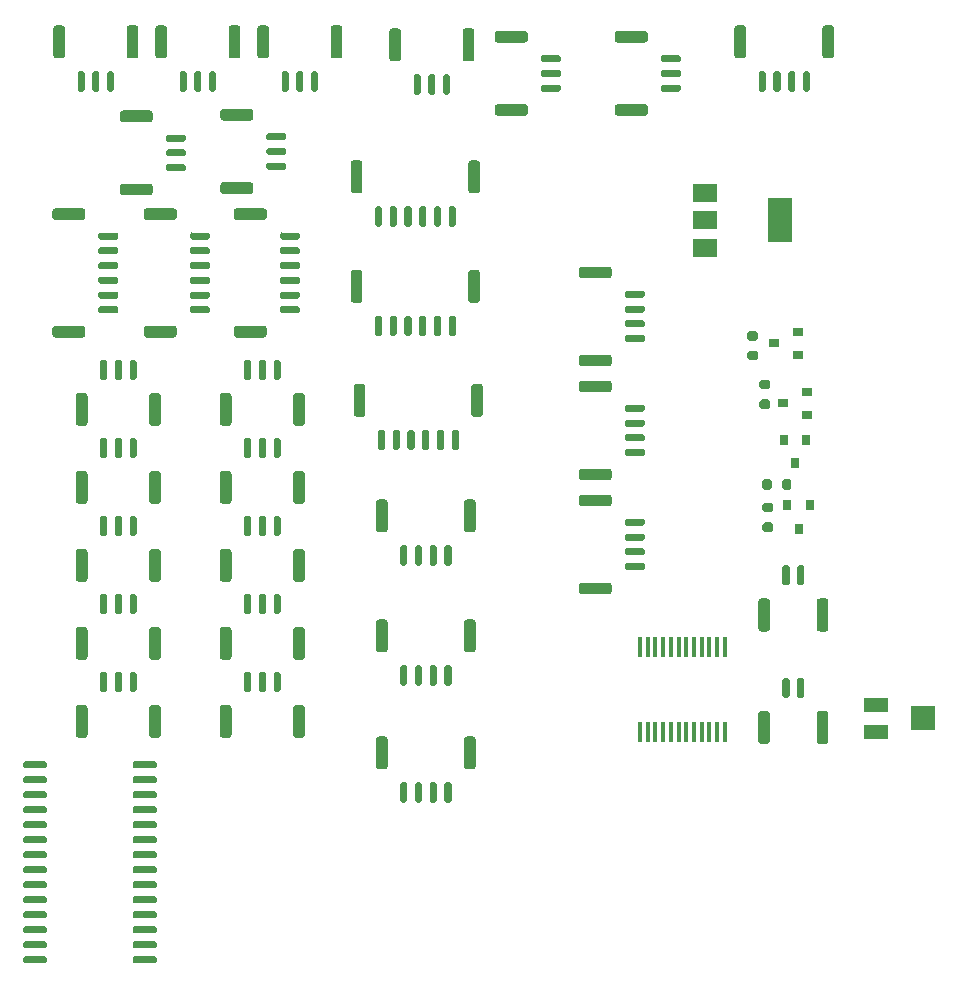
<source format=gtp>
%TF.GenerationSoftware,KiCad,Pcbnew,5.99.0+really5.1.12+dfsg1-1~bpo11+1*%
%TF.CreationDate,2021-12-22T21:03:21+01:00*%
%TF.ProjectId,ConnectorCubeV2-A,436f6e6e-6563-4746-9f72-437562655632,rev?*%
%TF.SameCoordinates,Original*%
%TF.FileFunction,Paste,Top*%
%TF.FilePolarity,Positive*%
%FSLAX46Y46*%
G04 Gerber Fmt 4.6, Leading zero omitted, Abs format (unit mm)*
G04 Created by KiCad (PCBNEW 5.99.0+really5.1.12+dfsg1-1~bpo11+1) date 2021-12-22 21:03:21*
%MOMM*%
%LPD*%
G01*
G04 APERTURE LIST*
%ADD10R,0.800000X0.900000*%
%ADD11R,0.900000X0.800000*%
%ADD12R,2.000000X3.800000*%
%ADD13R,2.000000X1.500000*%
%ADD14R,2.000000X1.300000*%
%ADD15R,2.000000X2.000000*%
%ADD16R,0.450000X1.750000*%
G04 APERTURE END LIST*
%TO.C,J1203*%
G36*
G01*
X127999000Y-78736000D02*
X126599000Y-78736000D01*
G75*
G02*
X126449000Y-78586000I0J150000D01*
G01*
X126449000Y-78286000D01*
G75*
G02*
X126599000Y-78136000I150000J0D01*
G01*
X127999000Y-78136000D01*
G75*
G02*
X128149000Y-78286000I0J-150000D01*
G01*
X128149000Y-78586000D01*
G75*
G02*
X127999000Y-78736000I-150000J0D01*
G01*
G37*
G36*
G01*
X127999000Y-77486000D02*
X126599000Y-77486000D01*
G75*
G02*
X126449000Y-77336000I0J150000D01*
G01*
X126449000Y-77036000D01*
G75*
G02*
X126599000Y-76886000I150000J0D01*
G01*
X127999000Y-76886000D01*
G75*
G02*
X128149000Y-77036000I0J-150000D01*
G01*
X128149000Y-77336000D01*
G75*
G02*
X127999000Y-77486000I-150000J0D01*
G01*
G37*
G36*
G01*
X127999000Y-76236000D02*
X126599000Y-76236000D01*
G75*
G02*
X126449000Y-76086000I0J150000D01*
G01*
X126449000Y-75786000D01*
G75*
G02*
X126599000Y-75636000I150000J0D01*
G01*
X127999000Y-75636000D01*
G75*
G02*
X128149000Y-75786000I0J-150000D01*
G01*
X128149000Y-76086000D01*
G75*
G02*
X127999000Y-76236000I-150000J0D01*
G01*
G37*
G36*
G01*
X127999000Y-74986000D02*
X126599000Y-74986000D01*
G75*
G02*
X126449000Y-74836000I0J150000D01*
G01*
X126449000Y-74536000D01*
G75*
G02*
X126599000Y-74386000I150000J0D01*
G01*
X127999000Y-74386000D01*
G75*
G02*
X128149000Y-74536000I0J-150000D01*
G01*
X128149000Y-74836000D01*
G75*
G02*
X127999000Y-74986000I-150000J0D01*
G01*
G37*
G36*
G01*
X127999000Y-73736000D02*
X126599000Y-73736000D01*
G75*
G02*
X126449000Y-73586000I0J150000D01*
G01*
X126449000Y-73286000D01*
G75*
G02*
X126599000Y-73136000I150000J0D01*
G01*
X127999000Y-73136000D01*
G75*
G02*
X128149000Y-73286000I0J-150000D01*
G01*
X128149000Y-73586000D01*
G75*
G02*
X127999000Y-73736000I-150000J0D01*
G01*
G37*
G36*
G01*
X127999000Y-72486000D02*
X126599000Y-72486000D01*
G75*
G02*
X126449000Y-72336000I0J150000D01*
G01*
X126449000Y-72036000D01*
G75*
G02*
X126599000Y-71886000I150000J0D01*
G01*
X127999000Y-71886000D01*
G75*
G02*
X128149000Y-72036000I0J-150000D01*
G01*
X128149000Y-72336000D01*
G75*
G02*
X127999000Y-72486000I-150000J0D01*
G01*
G37*
G36*
G01*
X125099000Y-80786000D02*
X122799000Y-80786000D01*
G75*
G02*
X122549000Y-80536000I0J250000D01*
G01*
X122549000Y-80036000D01*
G75*
G02*
X122799000Y-79786000I250000J0D01*
G01*
X125099000Y-79786000D01*
G75*
G02*
X125349000Y-80036000I0J-250000D01*
G01*
X125349000Y-80536000D01*
G75*
G02*
X125099000Y-80786000I-250000J0D01*
G01*
G37*
G36*
G01*
X125099000Y-70836000D02*
X122799000Y-70836000D01*
G75*
G02*
X122549000Y-70586000I0J250000D01*
G01*
X122549000Y-70086000D01*
G75*
G02*
X122799000Y-69836000I250000J0D01*
G01*
X125099000Y-69836000D01*
G75*
G02*
X125349000Y-70086000I0J-250000D01*
G01*
X125349000Y-70586000D01*
G75*
G02*
X125099000Y-70836000I-250000J0D01*
G01*
G37*
%TD*%
%TO.C,J1010*%
G36*
G01*
X126518000Y-109237000D02*
X126518000Y-110637000D01*
G75*
G02*
X126368000Y-110787000I-150000J0D01*
G01*
X126068000Y-110787000D01*
G75*
G02*
X125918000Y-110637000I0J150000D01*
G01*
X125918000Y-109237000D01*
G75*
G02*
X126068000Y-109087000I150000J0D01*
G01*
X126368000Y-109087000D01*
G75*
G02*
X126518000Y-109237000I0J-150000D01*
G01*
G37*
G36*
G01*
X125268000Y-109237000D02*
X125268000Y-110637000D01*
G75*
G02*
X125118000Y-110787000I-150000J0D01*
G01*
X124818000Y-110787000D01*
G75*
G02*
X124668000Y-110637000I0J150000D01*
G01*
X124668000Y-109237000D01*
G75*
G02*
X124818000Y-109087000I150000J0D01*
G01*
X125118000Y-109087000D01*
G75*
G02*
X125268000Y-109237000I0J-150000D01*
G01*
G37*
G36*
G01*
X124018000Y-109237000D02*
X124018000Y-110637000D01*
G75*
G02*
X123868000Y-110787000I-150000J0D01*
G01*
X123568000Y-110787000D01*
G75*
G02*
X123418000Y-110637000I0J150000D01*
G01*
X123418000Y-109237000D01*
G75*
G02*
X123568000Y-109087000I150000J0D01*
G01*
X123868000Y-109087000D01*
G75*
G02*
X124018000Y-109237000I0J-150000D01*
G01*
G37*
G36*
G01*
X128568000Y-112137000D02*
X128568000Y-114437000D01*
G75*
G02*
X128318000Y-114687000I-250000J0D01*
G01*
X127818000Y-114687000D01*
G75*
G02*
X127568000Y-114437000I0J250000D01*
G01*
X127568000Y-112137000D01*
G75*
G02*
X127818000Y-111887000I250000J0D01*
G01*
X128318000Y-111887000D01*
G75*
G02*
X128568000Y-112137000I0J-250000D01*
G01*
G37*
G36*
G01*
X122368000Y-112137000D02*
X122368000Y-114437000D01*
G75*
G02*
X122118000Y-114687000I-250000J0D01*
G01*
X121618000Y-114687000D01*
G75*
G02*
X121368000Y-114437000I0J250000D01*
G01*
X121368000Y-112137000D01*
G75*
G02*
X121618000Y-111887000I250000J0D01*
G01*
X122118000Y-111887000D01*
G75*
G02*
X122368000Y-112137000I0J-250000D01*
G01*
G37*
%TD*%
%TO.C,J1007*%
G36*
G01*
X126518000Y-89425000D02*
X126518000Y-90825000D01*
G75*
G02*
X126368000Y-90975000I-150000J0D01*
G01*
X126068000Y-90975000D01*
G75*
G02*
X125918000Y-90825000I0J150000D01*
G01*
X125918000Y-89425000D01*
G75*
G02*
X126068000Y-89275000I150000J0D01*
G01*
X126368000Y-89275000D01*
G75*
G02*
X126518000Y-89425000I0J-150000D01*
G01*
G37*
G36*
G01*
X125268000Y-89425000D02*
X125268000Y-90825000D01*
G75*
G02*
X125118000Y-90975000I-150000J0D01*
G01*
X124818000Y-90975000D01*
G75*
G02*
X124668000Y-90825000I0J150000D01*
G01*
X124668000Y-89425000D01*
G75*
G02*
X124818000Y-89275000I150000J0D01*
G01*
X125118000Y-89275000D01*
G75*
G02*
X125268000Y-89425000I0J-150000D01*
G01*
G37*
G36*
G01*
X124018000Y-89425000D02*
X124018000Y-90825000D01*
G75*
G02*
X123868000Y-90975000I-150000J0D01*
G01*
X123568000Y-90975000D01*
G75*
G02*
X123418000Y-90825000I0J150000D01*
G01*
X123418000Y-89425000D01*
G75*
G02*
X123568000Y-89275000I150000J0D01*
G01*
X123868000Y-89275000D01*
G75*
G02*
X124018000Y-89425000I0J-150000D01*
G01*
G37*
G36*
G01*
X128568000Y-92325000D02*
X128568000Y-94625000D01*
G75*
G02*
X128318000Y-94875000I-250000J0D01*
G01*
X127818000Y-94875000D01*
G75*
G02*
X127568000Y-94625000I0J250000D01*
G01*
X127568000Y-92325000D01*
G75*
G02*
X127818000Y-92075000I250000J0D01*
G01*
X128318000Y-92075000D01*
G75*
G02*
X128568000Y-92325000I0J-250000D01*
G01*
G37*
G36*
G01*
X122368000Y-92325000D02*
X122368000Y-94625000D01*
G75*
G02*
X122118000Y-94875000I-250000J0D01*
G01*
X121618000Y-94875000D01*
G75*
G02*
X121368000Y-94625000I0J250000D01*
G01*
X121368000Y-92325000D01*
G75*
G02*
X121618000Y-92075000I250000J0D01*
G01*
X122118000Y-92075000D01*
G75*
G02*
X122368000Y-92325000I0J-250000D01*
G01*
G37*
%TD*%
%TO.C,J1004*%
G36*
G01*
X114326000Y-96029000D02*
X114326000Y-97429000D01*
G75*
G02*
X114176000Y-97579000I-150000J0D01*
G01*
X113876000Y-97579000D01*
G75*
G02*
X113726000Y-97429000I0J150000D01*
G01*
X113726000Y-96029000D01*
G75*
G02*
X113876000Y-95879000I150000J0D01*
G01*
X114176000Y-95879000D01*
G75*
G02*
X114326000Y-96029000I0J-150000D01*
G01*
G37*
G36*
G01*
X113076000Y-96029000D02*
X113076000Y-97429000D01*
G75*
G02*
X112926000Y-97579000I-150000J0D01*
G01*
X112626000Y-97579000D01*
G75*
G02*
X112476000Y-97429000I0J150000D01*
G01*
X112476000Y-96029000D01*
G75*
G02*
X112626000Y-95879000I150000J0D01*
G01*
X112926000Y-95879000D01*
G75*
G02*
X113076000Y-96029000I0J-150000D01*
G01*
G37*
G36*
G01*
X111826000Y-96029000D02*
X111826000Y-97429000D01*
G75*
G02*
X111676000Y-97579000I-150000J0D01*
G01*
X111376000Y-97579000D01*
G75*
G02*
X111226000Y-97429000I0J150000D01*
G01*
X111226000Y-96029000D01*
G75*
G02*
X111376000Y-95879000I150000J0D01*
G01*
X111676000Y-95879000D01*
G75*
G02*
X111826000Y-96029000I0J-150000D01*
G01*
G37*
G36*
G01*
X116376000Y-98929000D02*
X116376000Y-101229000D01*
G75*
G02*
X116126000Y-101479000I-250000J0D01*
G01*
X115626000Y-101479000D01*
G75*
G02*
X115376000Y-101229000I0J250000D01*
G01*
X115376000Y-98929000D01*
G75*
G02*
X115626000Y-98679000I250000J0D01*
G01*
X116126000Y-98679000D01*
G75*
G02*
X116376000Y-98929000I0J-250000D01*
G01*
G37*
G36*
G01*
X110176000Y-98929000D02*
X110176000Y-101229000D01*
G75*
G02*
X109926000Y-101479000I-250000J0D01*
G01*
X109426000Y-101479000D01*
G75*
G02*
X109176000Y-101229000I0J250000D01*
G01*
X109176000Y-98929000D01*
G75*
G02*
X109426000Y-98679000I250000J0D01*
G01*
X109926000Y-98679000D01*
G75*
G02*
X110176000Y-98929000I0J-250000D01*
G01*
G37*
%TD*%
%TO.C,J1005*%
G36*
G01*
X114326000Y-82821000D02*
X114326000Y-84221000D01*
G75*
G02*
X114176000Y-84371000I-150000J0D01*
G01*
X113876000Y-84371000D01*
G75*
G02*
X113726000Y-84221000I0J150000D01*
G01*
X113726000Y-82821000D01*
G75*
G02*
X113876000Y-82671000I150000J0D01*
G01*
X114176000Y-82671000D01*
G75*
G02*
X114326000Y-82821000I0J-150000D01*
G01*
G37*
G36*
G01*
X113076000Y-82821000D02*
X113076000Y-84221000D01*
G75*
G02*
X112926000Y-84371000I-150000J0D01*
G01*
X112626000Y-84371000D01*
G75*
G02*
X112476000Y-84221000I0J150000D01*
G01*
X112476000Y-82821000D01*
G75*
G02*
X112626000Y-82671000I150000J0D01*
G01*
X112926000Y-82671000D01*
G75*
G02*
X113076000Y-82821000I0J-150000D01*
G01*
G37*
G36*
G01*
X111826000Y-82821000D02*
X111826000Y-84221000D01*
G75*
G02*
X111676000Y-84371000I-150000J0D01*
G01*
X111376000Y-84371000D01*
G75*
G02*
X111226000Y-84221000I0J150000D01*
G01*
X111226000Y-82821000D01*
G75*
G02*
X111376000Y-82671000I150000J0D01*
G01*
X111676000Y-82671000D01*
G75*
G02*
X111826000Y-82821000I0J-150000D01*
G01*
G37*
G36*
G01*
X116376000Y-85721000D02*
X116376000Y-88021000D01*
G75*
G02*
X116126000Y-88271000I-250000J0D01*
G01*
X115626000Y-88271000D01*
G75*
G02*
X115376000Y-88021000I0J250000D01*
G01*
X115376000Y-85721000D01*
G75*
G02*
X115626000Y-85471000I250000J0D01*
G01*
X116126000Y-85471000D01*
G75*
G02*
X116376000Y-85721000I0J-250000D01*
G01*
G37*
G36*
G01*
X110176000Y-85721000D02*
X110176000Y-88021000D01*
G75*
G02*
X109926000Y-88271000I-250000J0D01*
G01*
X109426000Y-88271000D01*
G75*
G02*
X109176000Y-88021000I0J250000D01*
G01*
X109176000Y-85721000D01*
G75*
G02*
X109426000Y-85471000I250000J0D01*
G01*
X109926000Y-85471000D01*
G75*
G02*
X110176000Y-85721000I0J-250000D01*
G01*
G37*
%TD*%
%TO.C,J1008*%
G36*
G01*
X110176000Y-105533000D02*
X110176000Y-107833000D01*
G75*
G02*
X109926000Y-108083000I-250000J0D01*
G01*
X109426000Y-108083000D01*
G75*
G02*
X109176000Y-107833000I0J250000D01*
G01*
X109176000Y-105533000D01*
G75*
G02*
X109426000Y-105283000I250000J0D01*
G01*
X109926000Y-105283000D01*
G75*
G02*
X110176000Y-105533000I0J-250000D01*
G01*
G37*
G36*
G01*
X116376000Y-105533000D02*
X116376000Y-107833000D01*
G75*
G02*
X116126000Y-108083000I-250000J0D01*
G01*
X115626000Y-108083000D01*
G75*
G02*
X115376000Y-107833000I0J250000D01*
G01*
X115376000Y-105533000D01*
G75*
G02*
X115626000Y-105283000I250000J0D01*
G01*
X116126000Y-105283000D01*
G75*
G02*
X116376000Y-105533000I0J-250000D01*
G01*
G37*
G36*
G01*
X111826000Y-102633000D02*
X111826000Y-104033000D01*
G75*
G02*
X111676000Y-104183000I-150000J0D01*
G01*
X111376000Y-104183000D01*
G75*
G02*
X111226000Y-104033000I0J150000D01*
G01*
X111226000Y-102633000D01*
G75*
G02*
X111376000Y-102483000I150000J0D01*
G01*
X111676000Y-102483000D01*
G75*
G02*
X111826000Y-102633000I0J-150000D01*
G01*
G37*
G36*
G01*
X113076000Y-102633000D02*
X113076000Y-104033000D01*
G75*
G02*
X112926000Y-104183000I-150000J0D01*
G01*
X112626000Y-104183000D01*
G75*
G02*
X112476000Y-104033000I0J150000D01*
G01*
X112476000Y-102633000D01*
G75*
G02*
X112626000Y-102483000I150000J0D01*
G01*
X112926000Y-102483000D01*
G75*
G02*
X113076000Y-102633000I0J-150000D01*
G01*
G37*
G36*
G01*
X114326000Y-102633000D02*
X114326000Y-104033000D01*
G75*
G02*
X114176000Y-104183000I-150000J0D01*
G01*
X113876000Y-104183000D01*
G75*
G02*
X113726000Y-104033000I0J150000D01*
G01*
X113726000Y-102633000D01*
G75*
G02*
X113876000Y-102483000I150000J0D01*
G01*
X114176000Y-102483000D01*
G75*
G02*
X114326000Y-102633000I0J-150000D01*
G01*
G37*
%TD*%
%TO.C,J1009*%
G36*
G01*
X110176000Y-92325000D02*
X110176000Y-94625000D01*
G75*
G02*
X109926000Y-94875000I-250000J0D01*
G01*
X109426000Y-94875000D01*
G75*
G02*
X109176000Y-94625000I0J250000D01*
G01*
X109176000Y-92325000D01*
G75*
G02*
X109426000Y-92075000I250000J0D01*
G01*
X109926000Y-92075000D01*
G75*
G02*
X110176000Y-92325000I0J-250000D01*
G01*
G37*
G36*
G01*
X116376000Y-92325000D02*
X116376000Y-94625000D01*
G75*
G02*
X116126000Y-94875000I-250000J0D01*
G01*
X115626000Y-94875000D01*
G75*
G02*
X115376000Y-94625000I0J250000D01*
G01*
X115376000Y-92325000D01*
G75*
G02*
X115626000Y-92075000I250000J0D01*
G01*
X116126000Y-92075000D01*
G75*
G02*
X116376000Y-92325000I0J-250000D01*
G01*
G37*
G36*
G01*
X111826000Y-89425000D02*
X111826000Y-90825000D01*
G75*
G02*
X111676000Y-90975000I-150000J0D01*
G01*
X111376000Y-90975000D01*
G75*
G02*
X111226000Y-90825000I0J150000D01*
G01*
X111226000Y-89425000D01*
G75*
G02*
X111376000Y-89275000I150000J0D01*
G01*
X111676000Y-89275000D01*
G75*
G02*
X111826000Y-89425000I0J-150000D01*
G01*
G37*
G36*
G01*
X113076000Y-89425000D02*
X113076000Y-90825000D01*
G75*
G02*
X112926000Y-90975000I-150000J0D01*
G01*
X112626000Y-90975000D01*
G75*
G02*
X112476000Y-90825000I0J150000D01*
G01*
X112476000Y-89425000D01*
G75*
G02*
X112626000Y-89275000I150000J0D01*
G01*
X112926000Y-89275000D01*
G75*
G02*
X113076000Y-89425000I0J-150000D01*
G01*
G37*
G36*
G01*
X114326000Y-89425000D02*
X114326000Y-90825000D01*
G75*
G02*
X114176000Y-90975000I-150000J0D01*
G01*
X113876000Y-90975000D01*
G75*
G02*
X113726000Y-90825000I0J150000D01*
G01*
X113726000Y-89425000D01*
G75*
G02*
X113876000Y-89275000I150000J0D01*
G01*
X114176000Y-89275000D01*
G75*
G02*
X114326000Y-89425000I0J-150000D01*
G01*
G37*
%TD*%
%TO.C,J1012*%
G36*
G01*
X110176000Y-112137000D02*
X110176000Y-114437000D01*
G75*
G02*
X109926000Y-114687000I-250000J0D01*
G01*
X109426000Y-114687000D01*
G75*
G02*
X109176000Y-114437000I0J250000D01*
G01*
X109176000Y-112137000D01*
G75*
G02*
X109426000Y-111887000I250000J0D01*
G01*
X109926000Y-111887000D01*
G75*
G02*
X110176000Y-112137000I0J-250000D01*
G01*
G37*
G36*
G01*
X116376000Y-112137000D02*
X116376000Y-114437000D01*
G75*
G02*
X116126000Y-114687000I-250000J0D01*
G01*
X115626000Y-114687000D01*
G75*
G02*
X115376000Y-114437000I0J250000D01*
G01*
X115376000Y-112137000D01*
G75*
G02*
X115626000Y-111887000I250000J0D01*
G01*
X116126000Y-111887000D01*
G75*
G02*
X116376000Y-112137000I0J-250000D01*
G01*
G37*
G36*
G01*
X111826000Y-109237000D02*
X111826000Y-110637000D01*
G75*
G02*
X111676000Y-110787000I-150000J0D01*
G01*
X111376000Y-110787000D01*
G75*
G02*
X111226000Y-110637000I0J150000D01*
G01*
X111226000Y-109237000D01*
G75*
G02*
X111376000Y-109087000I150000J0D01*
G01*
X111676000Y-109087000D01*
G75*
G02*
X111826000Y-109237000I0J-150000D01*
G01*
G37*
G36*
G01*
X113076000Y-109237000D02*
X113076000Y-110637000D01*
G75*
G02*
X112926000Y-110787000I-150000J0D01*
G01*
X112626000Y-110787000D01*
G75*
G02*
X112476000Y-110637000I0J150000D01*
G01*
X112476000Y-109237000D01*
G75*
G02*
X112626000Y-109087000I150000J0D01*
G01*
X112926000Y-109087000D01*
G75*
G02*
X113076000Y-109237000I0J-150000D01*
G01*
G37*
G36*
G01*
X114326000Y-109237000D02*
X114326000Y-110637000D01*
G75*
G02*
X114176000Y-110787000I-150000J0D01*
G01*
X113876000Y-110787000D01*
G75*
G02*
X113726000Y-110637000I0J150000D01*
G01*
X113726000Y-109237000D01*
G75*
G02*
X113876000Y-109087000I150000J0D01*
G01*
X114176000Y-109087000D01*
G75*
G02*
X114326000Y-109237000I0J-150000D01*
G01*
G37*
%TD*%
%TO.C,J1003*%
G36*
G01*
X122368000Y-85721000D02*
X122368000Y-88021000D01*
G75*
G02*
X122118000Y-88271000I-250000J0D01*
G01*
X121618000Y-88271000D01*
G75*
G02*
X121368000Y-88021000I0J250000D01*
G01*
X121368000Y-85721000D01*
G75*
G02*
X121618000Y-85471000I250000J0D01*
G01*
X122118000Y-85471000D01*
G75*
G02*
X122368000Y-85721000I0J-250000D01*
G01*
G37*
G36*
G01*
X128568000Y-85721000D02*
X128568000Y-88021000D01*
G75*
G02*
X128318000Y-88271000I-250000J0D01*
G01*
X127818000Y-88271000D01*
G75*
G02*
X127568000Y-88021000I0J250000D01*
G01*
X127568000Y-85721000D01*
G75*
G02*
X127818000Y-85471000I250000J0D01*
G01*
X128318000Y-85471000D01*
G75*
G02*
X128568000Y-85721000I0J-250000D01*
G01*
G37*
G36*
G01*
X124018000Y-82821000D02*
X124018000Y-84221000D01*
G75*
G02*
X123868000Y-84371000I-150000J0D01*
G01*
X123568000Y-84371000D01*
G75*
G02*
X123418000Y-84221000I0J150000D01*
G01*
X123418000Y-82821000D01*
G75*
G02*
X123568000Y-82671000I150000J0D01*
G01*
X123868000Y-82671000D01*
G75*
G02*
X124018000Y-82821000I0J-150000D01*
G01*
G37*
G36*
G01*
X125268000Y-82821000D02*
X125268000Y-84221000D01*
G75*
G02*
X125118000Y-84371000I-150000J0D01*
G01*
X124818000Y-84371000D01*
G75*
G02*
X124668000Y-84221000I0J150000D01*
G01*
X124668000Y-82821000D01*
G75*
G02*
X124818000Y-82671000I150000J0D01*
G01*
X125118000Y-82671000D01*
G75*
G02*
X125268000Y-82821000I0J-150000D01*
G01*
G37*
G36*
G01*
X126518000Y-82821000D02*
X126518000Y-84221000D01*
G75*
G02*
X126368000Y-84371000I-150000J0D01*
G01*
X126068000Y-84371000D01*
G75*
G02*
X125918000Y-84221000I0J150000D01*
G01*
X125918000Y-82821000D01*
G75*
G02*
X126068000Y-82671000I150000J0D01*
G01*
X126368000Y-82671000D01*
G75*
G02*
X126518000Y-82821000I0J-150000D01*
G01*
G37*
%TD*%
%TO.C,J1011*%
G36*
G01*
X122368000Y-98929000D02*
X122368000Y-101229000D01*
G75*
G02*
X122118000Y-101479000I-250000J0D01*
G01*
X121618000Y-101479000D01*
G75*
G02*
X121368000Y-101229000I0J250000D01*
G01*
X121368000Y-98929000D01*
G75*
G02*
X121618000Y-98679000I250000J0D01*
G01*
X122118000Y-98679000D01*
G75*
G02*
X122368000Y-98929000I0J-250000D01*
G01*
G37*
G36*
G01*
X128568000Y-98929000D02*
X128568000Y-101229000D01*
G75*
G02*
X128318000Y-101479000I-250000J0D01*
G01*
X127818000Y-101479000D01*
G75*
G02*
X127568000Y-101229000I0J250000D01*
G01*
X127568000Y-98929000D01*
G75*
G02*
X127818000Y-98679000I250000J0D01*
G01*
X128318000Y-98679000D01*
G75*
G02*
X128568000Y-98929000I0J-250000D01*
G01*
G37*
G36*
G01*
X124018000Y-96029000D02*
X124018000Y-97429000D01*
G75*
G02*
X123868000Y-97579000I-150000J0D01*
G01*
X123568000Y-97579000D01*
G75*
G02*
X123418000Y-97429000I0J150000D01*
G01*
X123418000Y-96029000D01*
G75*
G02*
X123568000Y-95879000I150000J0D01*
G01*
X123868000Y-95879000D01*
G75*
G02*
X124018000Y-96029000I0J-150000D01*
G01*
G37*
G36*
G01*
X125268000Y-96029000D02*
X125268000Y-97429000D01*
G75*
G02*
X125118000Y-97579000I-150000J0D01*
G01*
X124818000Y-97579000D01*
G75*
G02*
X124668000Y-97429000I0J150000D01*
G01*
X124668000Y-96029000D01*
G75*
G02*
X124818000Y-95879000I150000J0D01*
G01*
X125118000Y-95879000D01*
G75*
G02*
X125268000Y-96029000I0J-150000D01*
G01*
G37*
G36*
G01*
X126518000Y-96029000D02*
X126518000Y-97429000D01*
G75*
G02*
X126368000Y-97579000I-150000J0D01*
G01*
X126068000Y-97579000D01*
G75*
G02*
X125918000Y-97429000I0J150000D01*
G01*
X125918000Y-96029000D01*
G75*
G02*
X126068000Y-95879000I150000J0D01*
G01*
X126368000Y-95879000D01*
G75*
G02*
X126518000Y-96029000I0J-150000D01*
G01*
G37*
%TD*%
%TO.C,J1006*%
G36*
G01*
X126518000Y-102633000D02*
X126518000Y-104033000D01*
G75*
G02*
X126368000Y-104183000I-150000J0D01*
G01*
X126068000Y-104183000D01*
G75*
G02*
X125918000Y-104033000I0J150000D01*
G01*
X125918000Y-102633000D01*
G75*
G02*
X126068000Y-102483000I150000J0D01*
G01*
X126368000Y-102483000D01*
G75*
G02*
X126518000Y-102633000I0J-150000D01*
G01*
G37*
G36*
G01*
X125268000Y-102633000D02*
X125268000Y-104033000D01*
G75*
G02*
X125118000Y-104183000I-150000J0D01*
G01*
X124818000Y-104183000D01*
G75*
G02*
X124668000Y-104033000I0J150000D01*
G01*
X124668000Y-102633000D01*
G75*
G02*
X124818000Y-102483000I150000J0D01*
G01*
X125118000Y-102483000D01*
G75*
G02*
X125268000Y-102633000I0J-150000D01*
G01*
G37*
G36*
G01*
X124018000Y-102633000D02*
X124018000Y-104033000D01*
G75*
G02*
X123868000Y-104183000I-150000J0D01*
G01*
X123568000Y-104183000D01*
G75*
G02*
X123418000Y-104033000I0J150000D01*
G01*
X123418000Y-102633000D01*
G75*
G02*
X123568000Y-102483000I150000J0D01*
G01*
X123868000Y-102483000D01*
G75*
G02*
X124018000Y-102633000I0J-150000D01*
G01*
G37*
G36*
G01*
X128568000Y-105533000D02*
X128568000Y-107833000D01*
G75*
G02*
X128318000Y-108083000I-250000J0D01*
G01*
X127818000Y-108083000D01*
G75*
G02*
X127568000Y-107833000I0J250000D01*
G01*
X127568000Y-105533000D01*
G75*
G02*
X127818000Y-105283000I250000J0D01*
G01*
X128318000Y-105283000D01*
G75*
G02*
X128568000Y-105533000I0J-250000D01*
G01*
G37*
G36*
G01*
X122368000Y-105533000D02*
X122368000Y-107833000D01*
G75*
G02*
X122118000Y-108083000I-250000J0D01*
G01*
X121618000Y-108083000D01*
G75*
G02*
X121368000Y-107833000I0J250000D01*
G01*
X121368000Y-105533000D01*
G75*
G02*
X121618000Y-105283000I250000J0D01*
G01*
X122118000Y-105283000D01*
G75*
G02*
X122368000Y-105533000I0J-250000D01*
G01*
G37*
%TD*%
%TO.C,U1101*%
G36*
G01*
X116038000Y-133327000D02*
X116038000Y-133627000D01*
G75*
G02*
X115888000Y-133777000I-150000J0D01*
G01*
X114138000Y-133777000D01*
G75*
G02*
X113988000Y-133627000I0J150000D01*
G01*
X113988000Y-133327000D01*
G75*
G02*
X114138000Y-133177000I150000J0D01*
G01*
X115888000Y-133177000D01*
G75*
G02*
X116038000Y-133327000I0J-150000D01*
G01*
G37*
G36*
G01*
X116038000Y-132057000D02*
X116038000Y-132357000D01*
G75*
G02*
X115888000Y-132507000I-150000J0D01*
G01*
X114138000Y-132507000D01*
G75*
G02*
X113988000Y-132357000I0J150000D01*
G01*
X113988000Y-132057000D01*
G75*
G02*
X114138000Y-131907000I150000J0D01*
G01*
X115888000Y-131907000D01*
G75*
G02*
X116038000Y-132057000I0J-150000D01*
G01*
G37*
G36*
G01*
X116038000Y-130787000D02*
X116038000Y-131087000D01*
G75*
G02*
X115888000Y-131237000I-150000J0D01*
G01*
X114138000Y-131237000D01*
G75*
G02*
X113988000Y-131087000I0J150000D01*
G01*
X113988000Y-130787000D01*
G75*
G02*
X114138000Y-130637000I150000J0D01*
G01*
X115888000Y-130637000D01*
G75*
G02*
X116038000Y-130787000I0J-150000D01*
G01*
G37*
G36*
G01*
X116038000Y-129517000D02*
X116038000Y-129817000D01*
G75*
G02*
X115888000Y-129967000I-150000J0D01*
G01*
X114138000Y-129967000D01*
G75*
G02*
X113988000Y-129817000I0J150000D01*
G01*
X113988000Y-129517000D01*
G75*
G02*
X114138000Y-129367000I150000J0D01*
G01*
X115888000Y-129367000D01*
G75*
G02*
X116038000Y-129517000I0J-150000D01*
G01*
G37*
G36*
G01*
X116038000Y-128247000D02*
X116038000Y-128547000D01*
G75*
G02*
X115888000Y-128697000I-150000J0D01*
G01*
X114138000Y-128697000D01*
G75*
G02*
X113988000Y-128547000I0J150000D01*
G01*
X113988000Y-128247000D01*
G75*
G02*
X114138000Y-128097000I150000J0D01*
G01*
X115888000Y-128097000D01*
G75*
G02*
X116038000Y-128247000I0J-150000D01*
G01*
G37*
G36*
G01*
X116038000Y-126977000D02*
X116038000Y-127277000D01*
G75*
G02*
X115888000Y-127427000I-150000J0D01*
G01*
X114138000Y-127427000D01*
G75*
G02*
X113988000Y-127277000I0J150000D01*
G01*
X113988000Y-126977000D01*
G75*
G02*
X114138000Y-126827000I150000J0D01*
G01*
X115888000Y-126827000D01*
G75*
G02*
X116038000Y-126977000I0J-150000D01*
G01*
G37*
G36*
G01*
X116038000Y-125707000D02*
X116038000Y-126007000D01*
G75*
G02*
X115888000Y-126157000I-150000J0D01*
G01*
X114138000Y-126157000D01*
G75*
G02*
X113988000Y-126007000I0J150000D01*
G01*
X113988000Y-125707000D01*
G75*
G02*
X114138000Y-125557000I150000J0D01*
G01*
X115888000Y-125557000D01*
G75*
G02*
X116038000Y-125707000I0J-150000D01*
G01*
G37*
G36*
G01*
X116038000Y-124437000D02*
X116038000Y-124737000D01*
G75*
G02*
X115888000Y-124887000I-150000J0D01*
G01*
X114138000Y-124887000D01*
G75*
G02*
X113988000Y-124737000I0J150000D01*
G01*
X113988000Y-124437000D01*
G75*
G02*
X114138000Y-124287000I150000J0D01*
G01*
X115888000Y-124287000D01*
G75*
G02*
X116038000Y-124437000I0J-150000D01*
G01*
G37*
G36*
G01*
X116038000Y-123167000D02*
X116038000Y-123467000D01*
G75*
G02*
X115888000Y-123617000I-150000J0D01*
G01*
X114138000Y-123617000D01*
G75*
G02*
X113988000Y-123467000I0J150000D01*
G01*
X113988000Y-123167000D01*
G75*
G02*
X114138000Y-123017000I150000J0D01*
G01*
X115888000Y-123017000D01*
G75*
G02*
X116038000Y-123167000I0J-150000D01*
G01*
G37*
G36*
G01*
X116038000Y-121897000D02*
X116038000Y-122197000D01*
G75*
G02*
X115888000Y-122347000I-150000J0D01*
G01*
X114138000Y-122347000D01*
G75*
G02*
X113988000Y-122197000I0J150000D01*
G01*
X113988000Y-121897000D01*
G75*
G02*
X114138000Y-121747000I150000J0D01*
G01*
X115888000Y-121747000D01*
G75*
G02*
X116038000Y-121897000I0J-150000D01*
G01*
G37*
G36*
G01*
X116038000Y-120627000D02*
X116038000Y-120927000D01*
G75*
G02*
X115888000Y-121077000I-150000J0D01*
G01*
X114138000Y-121077000D01*
G75*
G02*
X113988000Y-120927000I0J150000D01*
G01*
X113988000Y-120627000D01*
G75*
G02*
X114138000Y-120477000I150000J0D01*
G01*
X115888000Y-120477000D01*
G75*
G02*
X116038000Y-120627000I0J-150000D01*
G01*
G37*
G36*
G01*
X116038000Y-119357000D02*
X116038000Y-119657000D01*
G75*
G02*
X115888000Y-119807000I-150000J0D01*
G01*
X114138000Y-119807000D01*
G75*
G02*
X113988000Y-119657000I0J150000D01*
G01*
X113988000Y-119357000D01*
G75*
G02*
X114138000Y-119207000I150000J0D01*
G01*
X115888000Y-119207000D01*
G75*
G02*
X116038000Y-119357000I0J-150000D01*
G01*
G37*
G36*
G01*
X116038000Y-118087000D02*
X116038000Y-118387000D01*
G75*
G02*
X115888000Y-118537000I-150000J0D01*
G01*
X114138000Y-118537000D01*
G75*
G02*
X113988000Y-118387000I0J150000D01*
G01*
X113988000Y-118087000D01*
G75*
G02*
X114138000Y-117937000I150000J0D01*
G01*
X115888000Y-117937000D01*
G75*
G02*
X116038000Y-118087000I0J-150000D01*
G01*
G37*
G36*
G01*
X116038000Y-116817000D02*
X116038000Y-117117000D01*
G75*
G02*
X115888000Y-117267000I-150000J0D01*
G01*
X114138000Y-117267000D01*
G75*
G02*
X113988000Y-117117000I0J150000D01*
G01*
X113988000Y-116817000D01*
G75*
G02*
X114138000Y-116667000I150000J0D01*
G01*
X115888000Y-116667000D01*
G75*
G02*
X116038000Y-116817000I0J-150000D01*
G01*
G37*
G36*
G01*
X106738000Y-116817000D02*
X106738000Y-117117000D01*
G75*
G02*
X106588000Y-117267000I-150000J0D01*
G01*
X104838000Y-117267000D01*
G75*
G02*
X104688000Y-117117000I0J150000D01*
G01*
X104688000Y-116817000D01*
G75*
G02*
X104838000Y-116667000I150000J0D01*
G01*
X106588000Y-116667000D01*
G75*
G02*
X106738000Y-116817000I0J-150000D01*
G01*
G37*
G36*
G01*
X106738000Y-118087000D02*
X106738000Y-118387000D01*
G75*
G02*
X106588000Y-118537000I-150000J0D01*
G01*
X104838000Y-118537000D01*
G75*
G02*
X104688000Y-118387000I0J150000D01*
G01*
X104688000Y-118087000D01*
G75*
G02*
X104838000Y-117937000I150000J0D01*
G01*
X106588000Y-117937000D01*
G75*
G02*
X106738000Y-118087000I0J-150000D01*
G01*
G37*
G36*
G01*
X106738000Y-119357000D02*
X106738000Y-119657000D01*
G75*
G02*
X106588000Y-119807000I-150000J0D01*
G01*
X104838000Y-119807000D01*
G75*
G02*
X104688000Y-119657000I0J150000D01*
G01*
X104688000Y-119357000D01*
G75*
G02*
X104838000Y-119207000I150000J0D01*
G01*
X106588000Y-119207000D01*
G75*
G02*
X106738000Y-119357000I0J-150000D01*
G01*
G37*
G36*
G01*
X106738000Y-120627000D02*
X106738000Y-120927000D01*
G75*
G02*
X106588000Y-121077000I-150000J0D01*
G01*
X104838000Y-121077000D01*
G75*
G02*
X104688000Y-120927000I0J150000D01*
G01*
X104688000Y-120627000D01*
G75*
G02*
X104838000Y-120477000I150000J0D01*
G01*
X106588000Y-120477000D01*
G75*
G02*
X106738000Y-120627000I0J-150000D01*
G01*
G37*
G36*
G01*
X106738000Y-121897000D02*
X106738000Y-122197000D01*
G75*
G02*
X106588000Y-122347000I-150000J0D01*
G01*
X104838000Y-122347000D01*
G75*
G02*
X104688000Y-122197000I0J150000D01*
G01*
X104688000Y-121897000D01*
G75*
G02*
X104838000Y-121747000I150000J0D01*
G01*
X106588000Y-121747000D01*
G75*
G02*
X106738000Y-121897000I0J-150000D01*
G01*
G37*
G36*
G01*
X106738000Y-123167000D02*
X106738000Y-123467000D01*
G75*
G02*
X106588000Y-123617000I-150000J0D01*
G01*
X104838000Y-123617000D01*
G75*
G02*
X104688000Y-123467000I0J150000D01*
G01*
X104688000Y-123167000D01*
G75*
G02*
X104838000Y-123017000I150000J0D01*
G01*
X106588000Y-123017000D01*
G75*
G02*
X106738000Y-123167000I0J-150000D01*
G01*
G37*
G36*
G01*
X106738000Y-124437000D02*
X106738000Y-124737000D01*
G75*
G02*
X106588000Y-124887000I-150000J0D01*
G01*
X104838000Y-124887000D01*
G75*
G02*
X104688000Y-124737000I0J150000D01*
G01*
X104688000Y-124437000D01*
G75*
G02*
X104838000Y-124287000I150000J0D01*
G01*
X106588000Y-124287000D01*
G75*
G02*
X106738000Y-124437000I0J-150000D01*
G01*
G37*
G36*
G01*
X106738000Y-125707000D02*
X106738000Y-126007000D01*
G75*
G02*
X106588000Y-126157000I-150000J0D01*
G01*
X104838000Y-126157000D01*
G75*
G02*
X104688000Y-126007000I0J150000D01*
G01*
X104688000Y-125707000D01*
G75*
G02*
X104838000Y-125557000I150000J0D01*
G01*
X106588000Y-125557000D01*
G75*
G02*
X106738000Y-125707000I0J-150000D01*
G01*
G37*
G36*
G01*
X106738000Y-126977000D02*
X106738000Y-127277000D01*
G75*
G02*
X106588000Y-127427000I-150000J0D01*
G01*
X104838000Y-127427000D01*
G75*
G02*
X104688000Y-127277000I0J150000D01*
G01*
X104688000Y-126977000D01*
G75*
G02*
X104838000Y-126827000I150000J0D01*
G01*
X106588000Y-126827000D01*
G75*
G02*
X106738000Y-126977000I0J-150000D01*
G01*
G37*
G36*
G01*
X106738000Y-128247000D02*
X106738000Y-128547000D01*
G75*
G02*
X106588000Y-128697000I-150000J0D01*
G01*
X104838000Y-128697000D01*
G75*
G02*
X104688000Y-128547000I0J150000D01*
G01*
X104688000Y-128247000D01*
G75*
G02*
X104838000Y-128097000I150000J0D01*
G01*
X106588000Y-128097000D01*
G75*
G02*
X106738000Y-128247000I0J-150000D01*
G01*
G37*
G36*
G01*
X106738000Y-129517000D02*
X106738000Y-129817000D01*
G75*
G02*
X106588000Y-129967000I-150000J0D01*
G01*
X104838000Y-129967000D01*
G75*
G02*
X104688000Y-129817000I0J150000D01*
G01*
X104688000Y-129517000D01*
G75*
G02*
X104838000Y-129367000I150000J0D01*
G01*
X106588000Y-129367000D01*
G75*
G02*
X106738000Y-129517000I0J-150000D01*
G01*
G37*
G36*
G01*
X106738000Y-130787000D02*
X106738000Y-131087000D01*
G75*
G02*
X106588000Y-131237000I-150000J0D01*
G01*
X104838000Y-131237000D01*
G75*
G02*
X104688000Y-131087000I0J150000D01*
G01*
X104688000Y-130787000D01*
G75*
G02*
X104838000Y-130637000I150000J0D01*
G01*
X106588000Y-130637000D01*
G75*
G02*
X106738000Y-130787000I0J-150000D01*
G01*
G37*
G36*
G01*
X106738000Y-132057000D02*
X106738000Y-132357000D01*
G75*
G02*
X106588000Y-132507000I-150000J0D01*
G01*
X104838000Y-132507000D01*
G75*
G02*
X104688000Y-132357000I0J150000D01*
G01*
X104688000Y-132057000D01*
G75*
G02*
X104838000Y-131907000I150000J0D01*
G01*
X106588000Y-131907000D01*
G75*
G02*
X106738000Y-132057000I0J-150000D01*
G01*
G37*
G36*
G01*
X106738000Y-133327000D02*
X106738000Y-133627000D01*
G75*
G02*
X106588000Y-133777000I-150000J0D01*
G01*
X104838000Y-133777000D01*
G75*
G02*
X104688000Y-133627000I0J150000D01*
G01*
X104688000Y-133327000D01*
G75*
G02*
X104838000Y-133177000I150000J0D01*
G01*
X106588000Y-133177000D01*
G75*
G02*
X106738000Y-133327000I0J-150000D01*
G01*
G37*
%TD*%
%TO.C,K702*%
G36*
G01*
X147197000Y-55820000D02*
X144897000Y-55820000D01*
G75*
G02*
X144647000Y-55570000I0J250000D01*
G01*
X144647000Y-55070000D01*
G75*
G02*
X144897000Y-54820000I250000J0D01*
G01*
X147197000Y-54820000D01*
G75*
G02*
X147447000Y-55070000I0J-250000D01*
G01*
X147447000Y-55570000D01*
G75*
G02*
X147197000Y-55820000I-250000J0D01*
G01*
G37*
G36*
G01*
X147197000Y-62020000D02*
X144897000Y-62020000D01*
G75*
G02*
X144647000Y-61770000I0J250000D01*
G01*
X144647000Y-61270000D01*
G75*
G02*
X144897000Y-61020000I250000J0D01*
G01*
X147197000Y-61020000D01*
G75*
G02*
X147447000Y-61270000I0J-250000D01*
G01*
X147447000Y-61770000D01*
G75*
G02*
X147197000Y-62020000I-250000J0D01*
G01*
G37*
G36*
G01*
X150097000Y-57470000D02*
X148697000Y-57470000D01*
G75*
G02*
X148547000Y-57320000I0J150000D01*
G01*
X148547000Y-57020000D01*
G75*
G02*
X148697000Y-56870000I150000J0D01*
G01*
X150097000Y-56870000D01*
G75*
G02*
X150247000Y-57020000I0J-150000D01*
G01*
X150247000Y-57320000D01*
G75*
G02*
X150097000Y-57470000I-150000J0D01*
G01*
G37*
G36*
G01*
X150097000Y-58720000D02*
X148697000Y-58720000D01*
G75*
G02*
X148547000Y-58570000I0J150000D01*
G01*
X148547000Y-58270000D01*
G75*
G02*
X148697000Y-58120000I150000J0D01*
G01*
X150097000Y-58120000D01*
G75*
G02*
X150247000Y-58270000I0J-150000D01*
G01*
X150247000Y-58570000D01*
G75*
G02*
X150097000Y-58720000I-150000J0D01*
G01*
G37*
G36*
G01*
X150097000Y-59970000D02*
X148697000Y-59970000D01*
G75*
G02*
X148547000Y-59820000I0J150000D01*
G01*
X148547000Y-59520000D01*
G75*
G02*
X148697000Y-59370000I150000J0D01*
G01*
X150097000Y-59370000D01*
G75*
G02*
X150247000Y-59520000I0J-150000D01*
G01*
X150247000Y-59820000D01*
G75*
G02*
X150097000Y-59970000I-150000J0D01*
G01*
G37*
%TD*%
%TO.C,J501*%
G36*
G01*
X166989000Y-59800000D02*
X166989000Y-58400000D01*
G75*
G02*
X167139000Y-58250000I150000J0D01*
G01*
X167439000Y-58250000D01*
G75*
G02*
X167589000Y-58400000I0J-150000D01*
G01*
X167589000Y-59800000D01*
G75*
G02*
X167439000Y-59950000I-150000J0D01*
G01*
X167139000Y-59950000D01*
G75*
G02*
X166989000Y-59800000I0J150000D01*
G01*
G37*
G36*
G01*
X168239000Y-59800000D02*
X168239000Y-58400000D01*
G75*
G02*
X168389000Y-58250000I150000J0D01*
G01*
X168689000Y-58250000D01*
G75*
G02*
X168839000Y-58400000I0J-150000D01*
G01*
X168839000Y-59800000D01*
G75*
G02*
X168689000Y-59950000I-150000J0D01*
G01*
X168389000Y-59950000D01*
G75*
G02*
X168239000Y-59800000I0J150000D01*
G01*
G37*
G36*
G01*
X169489000Y-59800000D02*
X169489000Y-58400000D01*
G75*
G02*
X169639000Y-58250000I150000J0D01*
G01*
X169939000Y-58250000D01*
G75*
G02*
X170089000Y-58400000I0J-150000D01*
G01*
X170089000Y-59800000D01*
G75*
G02*
X169939000Y-59950000I-150000J0D01*
G01*
X169639000Y-59950000D01*
G75*
G02*
X169489000Y-59800000I0J150000D01*
G01*
G37*
G36*
G01*
X170739000Y-59800000D02*
X170739000Y-58400000D01*
G75*
G02*
X170889000Y-58250000I150000J0D01*
G01*
X171189000Y-58250000D01*
G75*
G02*
X171339000Y-58400000I0J-150000D01*
G01*
X171339000Y-59800000D01*
G75*
G02*
X171189000Y-59950000I-150000J0D01*
G01*
X170889000Y-59950000D01*
G75*
G02*
X170739000Y-59800000I0J150000D01*
G01*
G37*
G36*
G01*
X164939000Y-56900000D02*
X164939000Y-54600000D01*
G75*
G02*
X165189000Y-54350000I250000J0D01*
G01*
X165689000Y-54350000D01*
G75*
G02*
X165939000Y-54600000I0J-250000D01*
G01*
X165939000Y-56900000D01*
G75*
G02*
X165689000Y-57150000I-250000J0D01*
G01*
X165189000Y-57150000D01*
G75*
G02*
X164939000Y-56900000I0J250000D01*
G01*
G37*
G36*
G01*
X172389000Y-56900000D02*
X172389000Y-54600000D01*
G75*
G02*
X172639000Y-54350000I250000J0D01*
G01*
X173139000Y-54350000D01*
G75*
G02*
X173389000Y-54600000I0J-250000D01*
G01*
X173389000Y-56900000D01*
G75*
G02*
X173139000Y-57150000I-250000J0D01*
G01*
X172639000Y-57150000D01*
G75*
G02*
X172389000Y-56900000I0J250000D01*
G01*
G37*
%TD*%
%TO.C,J201*%
G36*
G01*
X142036000Y-97032000D02*
X142036000Y-94732000D01*
G75*
G02*
X142286000Y-94482000I250000J0D01*
G01*
X142786000Y-94482000D01*
G75*
G02*
X143036000Y-94732000I0J-250000D01*
G01*
X143036000Y-97032000D01*
G75*
G02*
X142786000Y-97282000I-250000J0D01*
G01*
X142286000Y-97282000D01*
G75*
G02*
X142036000Y-97032000I0J250000D01*
G01*
G37*
G36*
G01*
X134586000Y-97032000D02*
X134586000Y-94732000D01*
G75*
G02*
X134836000Y-94482000I250000J0D01*
G01*
X135336000Y-94482000D01*
G75*
G02*
X135586000Y-94732000I0J-250000D01*
G01*
X135586000Y-97032000D01*
G75*
G02*
X135336000Y-97282000I-250000J0D01*
G01*
X134836000Y-97282000D01*
G75*
G02*
X134586000Y-97032000I0J250000D01*
G01*
G37*
G36*
G01*
X140386000Y-99932000D02*
X140386000Y-98532000D01*
G75*
G02*
X140536000Y-98382000I150000J0D01*
G01*
X140836000Y-98382000D01*
G75*
G02*
X140986000Y-98532000I0J-150000D01*
G01*
X140986000Y-99932000D01*
G75*
G02*
X140836000Y-100082000I-150000J0D01*
G01*
X140536000Y-100082000D01*
G75*
G02*
X140386000Y-99932000I0J150000D01*
G01*
G37*
G36*
G01*
X139136000Y-99932000D02*
X139136000Y-98532000D01*
G75*
G02*
X139286000Y-98382000I150000J0D01*
G01*
X139586000Y-98382000D01*
G75*
G02*
X139736000Y-98532000I0J-150000D01*
G01*
X139736000Y-99932000D01*
G75*
G02*
X139586000Y-100082000I-150000J0D01*
G01*
X139286000Y-100082000D01*
G75*
G02*
X139136000Y-99932000I0J150000D01*
G01*
G37*
G36*
G01*
X137886000Y-99932000D02*
X137886000Y-98532000D01*
G75*
G02*
X138036000Y-98382000I150000J0D01*
G01*
X138336000Y-98382000D01*
G75*
G02*
X138486000Y-98532000I0J-150000D01*
G01*
X138486000Y-99932000D01*
G75*
G02*
X138336000Y-100082000I-150000J0D01*
G01*
X138036000Y-100082000D01*
G75*
G02*
X137886000Y-99932000I0J150000D01*
G01*
G37*
G36*
G01*
X136636000Y-99932000D02*
X136636000Y-98532000D01*
G75*
G02*
X136786000Y-98382000I150000J0D01*
G01*
X137086000Y-98382000D01*
G75*
G02*
X137236000Y-98532000I0J-150000D01*
G01*
X137236000Y-99932000D01*
G75*
G02*
X137086000Y-100082000I-150000J0D01*
G01*
X136786000Y-100082000D01*
G75*
G02*
X136636000Y-99932000I0J150000D01*
G01*
G37*
%TD*%
%TO.C,J401*%
G36*
G01*
X126856000Y-66574000D02*
X125456000Y-66574000D01*
G75*
G02*
X125306000Y-66424000I0J150000D01*
G01*
X125306000Y-66124000D01*
G75*
G02*
X125456000Y-65974000I150000J0D01*
G01*
X126856000Y-65974000D01*
G75*
G02*
X127006000Y-66124000I0J-150000D01*
G01*
X127006000Y-66424000D01*
G75*
G02*
X126856000Y-66574000I-150000J0D01*
G01*
G37*
G36*
G01*
X126856000Y-65324000D02*
X125456000Y-65324000D01*
G75*
G02*
X125306000Y-65174000I0J150000D01*
G01*
X125306000Y-64874000D01*
G75*
G02*
X125456000Y-64724000I150000J0D01*
G01*
X126856000Y-64724000D01*
G75*
G02*
X127006000Y-64874000I0J-150000D01*
G01*
X127006000Y-65174000D01*
G75*
G02*
X126856000Y-65324000I-150000J0D01*
G01*
G37*
G36*
G01*
X126856000Y-64074000D02*
X125456000Y-64074000D01*
G75*
G02*
X125306000Y-63924000I0J150000D01*
G01*
X125306000Y-63624000D01*
G75*
G02*
X125456000Y-63474000I150000J0D01*
G01*
X126856000Y-63474000D01*
G75*
G02*
X127006000Y-63624000I0J-150000D01*
G01*
X127006000Y-63924000D01*
G75*
G02*
X126856000Y-64074000I-150000J0D01*
G01*
G37*
G36*
G01*
X123956000Y-68624000D02*
X121656000Y-68624000D01*
G75*
G02*
X121406000Y-68374000I0J250000D01*
G01*
X121406000Y-67874000D01*
G75*
G02*
X121656000Y-67624000I250000J0D01*
G01*
X123956000Y-67624000D01*
G75*
G02*
X124206000Y-67874000I0J-250000D01*
G01*
X124206000Y-68374000D01*
G75*
G02*
X123956000Y-68624000I-250000J0D01*
G01*
G37*
G36*
G01*
X123956000Y-62424000D02*
X121656000Y-62424000D01*
G75*
G02*
X121406000Y-62174000I0J250000D01*
G01*
X121406000Y-61674000D01*
G75*
G02*
X121656000Y-61424000I250000J0D01*
G01*
X123956000Y-61424000D01*
G75*
G02*
X124206000Y-61674000I0J-250000D01*
G01*
X124206000Y-62174000D01*
G75*
G02*
X123956000Y-62424000I-250000J0D01*
G01*
G37*
%TD*%
%TO.C,J402*%
G36*
G01*
X118347000Y-66701000D02*
X116947000Y-66701000D01*
G75*
G02*
X116797000Y-66551000I0J150000D01*
G01*
X116797000Y-66251000D01*
G75*
G02*
X116947000Y-66101000I150000J0D01*
G01*
X118347000Y-66101000D01*
G75*
G02*
X118497000Y-66251000I0J-150000D01*
G01*
X118497000Y-66551000D01*
G75*
G02*
X118347000Y-66701000I-150000J0D01*
G01*
G37*
G36*
G01*
X118347000Y-65451000D02*
X116947000Y-65451000D01*
G75*
G02*
X116797000Y-65301000I0J150000D01*
G01*
X116797000Y-65001000D01*
G75*
G02*
X116947000Y-64851000I150000J0D01*
G01*
X118347000Y-64851000D01*
G75*
G02*
X118497000Y-65001000I0J-150000D01*
G01*
X118497000Y-65301000D01*
G75*
G02*
X118347000Y-65451000I-150000J0D01*
G01*
G37*
G36*
G01*
X118347000Y-64201000D02*
X116947000Y-64201000D01*
G75*
G02*
X116797000Y-64051000I0J150000D01*
G01*
X116797000Y-63751000D01*
G75*
G02*
X116947000Y-63601000I150000J0D01*
G01*
X118347000Y-63601000D01*
G75*
G02*
X118497000Y-63751000I0J-150000D01*
G01*
X118497000Y-64051000D01*
G75*
G02*
X118347000Y-64201000I-150000J0D01*
G01*
G37*
G36*
G01*
X115447000Y-68751000D02*
X113147000Y-68751000D01*
G75*
G02*
X112897000Y-68501000I0J250000D01*
G01*
X112897000Y-68001000D01*
G75*
G02*
X113147000Y-67751000I250000J0D01*
G01*
X115447000Y-67751000D01*
G75*
G02*
X115697000Y-68001000I0J-250000D01*
G01*
X115697000Y-68501000D01*
G75*
G02*
X115447000Y-68751000I-250000J0D01*
G01*
G37*
G36*
G01*
X115447000Y-62551000D02*
X113147000Y-62551000D01*
G75*
G02*
X112897000Y-62301000I0J250000D01*
G01*
X112897000Y-61801000D01*
G75*
G02*
X113147000Y-61551000I250000J0D01*
G01*
X115447000Y-61551000D01*
G75*
G02*
X115697000Y-61801000I0J-250000D01*
G01*
X115697000Y-62301000D01*
G75*
G02*
X115447000Y-62551000I-250000J0D01*
G01*
G37*
%TD*%
%TO.C,J403*%
G36*
G01*
X130743000Y-56900000D02*
X130743000Y-54600000D01*
G75*
G02*
X130993000Y-54350000I250000J0D01*
G01*
X131493000Y-54350000D01*
G75*
G02*
X131743000Y-54600000I0J-250000D01*
G01*
X131743000Y-56900000D01*
G75*
G02*
X131493000Y-57150000I-250000J0D01*
G01*
X130993000Y-57150000D01*
G75*
G02*
X130743000Y-56900000I0J250000D01*
G01*
G37*
G36*
G01*
X124543000Y-56900000D02*
X124543000Y-54600000D01*
G75*
G02*
X124793000Y-54350000I250000J0D01*
G01*
X125293000Y-54350000D01*
G75*
G02*
X125543000Y-54600000I0J-250000D01*
G01*
X125543000Y-56900000D01*
G75*
G02*
X125293000Y-57150000I-250000J0D01*
G01*
X124793000Y-57150000D01*
G75*
G02*
X124543000Y-56900000I0J250000D01*
G01*
G37*
G36*
G01*
X129093000Y-59800000D02*
X129093000Y-58400000D01*
G75*
G02*
X129243000Y-58250000I150000J0D01*
G01*
X129543000Y-58250000D01*
G75*
G02*
X129693000Y-58400000I0J-150000D01*
G01*
X129693000Y-59800000D01*
G75*
G02*
X129543000Y-59950000I-150000J0D01*
G01*
X129243000Y-59950000D01*
G75*
G02*
X129093000Y-59800000I0J150000D01*
G01*
G37*
G36*
G01*
X127843000Y-59800000D02*
X127843000Y-58400000D01*
G75*
G02*
X127993000Y-58250000I150000J0D01*
G01*
X128293000Y-58250000D01*
G75*
G02*
X128443000Y-58400000I0J-150000D01*
G01*
X128443000Y-59800000D01*
G75*
G02*
X128293000Y-59950000I-150000J0D01*
G01*
X127993000Y-59950000D01*
G75*
G02*
X127843000Y-59800000I0J150000D01*
G01*
G37*
G36*
G01*
X126593000Y-59800000D02*
X126593000Y-58400000D01*
G75*
G02*
X126743000Y-58250000I150000J0D01*
G01*
X127043000Y-58250000D01*
G75*
G02*
X127193000Y-58400000I0J-150000D01*
G01*
X127193000Y-59800000D01*
G75*
G02*
X127043000Y-59950000I-150000J0D01*
G01*
X126743000Y-59950000D01*
G75*
G02*
X126593000Y-59800000I0J150000D01*
G01*
G37*
%TD*%
%TO.C,J404*%
G36*
G01*
X117957000Y-59800000D02*
X117957000Y-58400000D01*
G75*
G02*
X118107000Y-58250000I150000J0D01*
G01*
X118407000Y-58250000D01*
G75*
G02*
X118557000Y-58400000I0J-150000D01*
G01*
X118557000Y-59800000D01*
G75*
G02*
X118407000Y-59950000I-150000J0D01*
G01*
X118107000Y-59950000D01*
G75*
G02*
X117957000Y-59800000I0J150000D01*
G01*
G37*
G36*
G01*
X119207000Y-59800000D02*
X119207000Y-58400000D01*
G75*
G02*
X119357000Y-58250000I150000J0D01*
G01*
X119657000Y-58250000D01*
G75*
G02*
X119807000Y-58400000I0J-150000D01*
G01*
X119807000Y-59800000D01*
G75*
G02*
X119657000Y-59950000I-150000J0D01*
G01*
X119357000Y-59950000D01*
G75*
G02*
X119207000Y-59800000I0J150000D01*
G01*
G37*
G36*
G01*
X120457000Y-59800000D02*
X120457000Y-58400000D01*
G75*
G02*
X120607000Y-58250000I150000J0D01*
G01*
X120907000Y-58250000D01*
G75*
G02*
X121057000Y-58400000I0J-150000D01*
G01*
X121057000Y-59800000D01*
G75*
G02*
X120907000Y-59950000I-150000J0D01*
G01*
X120607000Y-59950000D01*
G75*
G02*
X120457000Y-59800000I0J150000D01*
G01*
G37*
G36*
G01*
X115907000Y-56900000D02*
X115907000Y-54600000D01*
G75*
G02*
X116157000Y-54350000I250000J0D01*
G01*
X116657000Y-54350000D01*
G75*
G02*
X116907000Y-54600000I0J-250000D01*
G01*
X116907000Y-56900000D01*
G75*
G02*
X116657000Y-57150000I-250000J0D01*
G01*
X116157000Y-57150000D01*
G75*
G02*
X115907000Y-56900000I0J250000D01*
G01*
G37*
G36*
G01*
X122107000Y-56900000D02*
X122107000Y-54600000D01*
G75*
G02*
X122357000Y-54350000I250000J0D01*
G01*
X122857000Y-54350000D01*
G75*
G02*
X123107000Y-54600000I0J-250000D01*
G01*
X123107000Y-56900000D01*
G75*
G02*
X122857000Y-57150000I-250000J0D01*
G01*
X122357000Y-57150000D01*
G75*
G02*
X122107000Y-56900000I0J250000D01*
G01*
G37*
%TD*%
%TO.C,J405*%
G36*
G01*
X113471000Y-56900000D02*
X113471000Y-54600000D01*
G75*
G02*
X113721000Y-54350000I250000J0D01*
G01*
X114221000Y-54350000D01*
G75*
G02*
X114471000Y-54600000I0J-250000D01*
G01*
X114471000Y-56900000D01*
G75*
G02*
X114221000Y-57150000I-250000J0D01*
G01*
X113721000Y-57150000D01*
G75*
G02*
X113471000Y-56900000I0J250000D01*
G01*
G37*
G36*
G01*
X107271000Y-56900000D02*
X107271000Y-54600000D01*
G75*
G02*
X107521000Y-54350000I250000J0D01*
G01*
X108021000Y-54350000D01*
G75*
G02*
X108271000Y-54600000I0J-250000D01*
G01*
X108271000Y-56900000D01*
G75*
G02*
X108021000Y-57150000I-250000J0D01*
G01*
X107521000Y-57150000D01*
G75*
G02*
X107271000Y-56900000I0J250000D01*
G01*
G37*
G36*
G01*
X111821000Y-59800000D02*
X111821000Y-58400000D01*
G75*
G02*
X111971000Y-58250000I150000J0D01*
G01*
X112271000Y-58250000D01*
G75*
G02*
X112421000Y-58400000I0J-150000D01*
G01*
X112421000Y-59800000D01*
G75*
G02*
X112271000Y-59950000I-150000J0D01*
G01*
X111971000Y-59950000D01*
G75*
G02*
X111821000Y-59800000I0J150000D01*
G01*
G37*
G36*
G01*
X110571000Y-59800000D02*
X110571000Y-58400000D01*
G75*
G02*
X110721000Y-58250000I150000J0D01*
G01*
X111021000Y-58250000D01*
G75*
G02*
X111171000Y-58400000I0J-150000D01*
G01*
X111171000Y-59800000D01*
G75*
G02*
X111021000Y-59950000I-150000J0D01*
G01*
X110721000Y-59950000D01*
G75*
G02*
X110571000Y-59800000I0J150000D01*
G01*
G37*
G36*
G01*
X109321000Y-59800000D02*
X109321000Y-58400000D01*
G75*
G02*
X109471000Y-58250000I150000J0D01*
G01*
X109771000Y-58250000D01*
G75*
G02*
X109921000Y-58400000I0J-150000D01*
G01*
X109921000Y-59800000D01*
G75*
G02*
X109771000Y-59950000I-150000J0D01*
G01*
X109471000Y-59950000D01*
G75*
G02*
X109321000Y-59800000I0J150000D01*
G01*
G37*
%TD*%
%TO.C,J603*%
G36*
G01*
X134751000Y-90153000D02*
X134751000Y-88753000D01*
G75*
G02*
X134901000Y-88603000I150000J0D01*
G01*
X135201000Y-88603000D01*
G75*
G02*
X135351000Y-88753000I0J-150000D01*
G01*
X135351000Y-90153000D01*
G75*
G02*
X135201000Y-90303000I-150000J0D01*
G01*
X134901000Y-90303000D01*
G75*
G02*
X134751000Y-90153000I0J150000D01*
G01*
G37*
G36*
G01*
X136001000Y-90153000D02*
X136001000Y-88753000D01*
G75*
G02*
X136151000Y-88603000I150000J0D01*
G01*
X136451000Y-88603000D01*
G75*
G02*
X136601000Y-88753000I0J-150000D01*
G01*
X136601000Y-90153000D01*
G75*
G02*
X136451000Y-90303000I-150000J0D01*
G01*
X136151000Y-90303000D01*
G75*
G02*
X136001000Y-90153000I0J150000D01*
G01*
G37*
G36*
G01*
X137251000Y-90153000D02*
X137251000Y-88753000D01*
G75*
G02*
X137401000Y-88603000I150000J0D01*
G01*
X137701000Y-88603000D01*
G75*
G02*
X137851000Y-88753000I0J-150000D01*
G01*
X137851000Y-90153000D01*
G75*
G02*
X137701000Y-90303000I-150000J0D01*
G01*
X137401000Y-90303000D01*
G75*
G02*
X137251000Y-90153000I0J150000D01*
G01*
G37*
G36*
G01*
X138501000Y-90153000D02*
X138501000Y-88753000D01*
G75*
G02*
X138651000Y-88603000I150000J0D01*
G01*
X138951000Y-88603000D01*
G75*
G02*
X139101000Y-88753000I0J-150000D01*
G01*
X139101000Y-90153000D01*
G75*
G02*
X138951000Y-90303000I-150000J0D01*
G01*
X138651000Y-90303000D01*
G75*
G02*
X138501000Y-90153000I0J150000D01*
G01*
G37*
G36*
G01*
X139751000Y-90153000D02*
X139751000Y-88753000D01*
G75*
G02*
X139901000Y-88603000I150000J0D01*
G01*
X140201000Y-88603000D01*
G75*
G02*
X140351000Y-88753000I0J-150000D01*
G01*
X140351000Y-90153000D01*
G75*
G02*
X140201000Y-90303000I-150000J0D01*
G01*
X139901000Y-90303000D01*
G75*
G02*
X139751000Y-90153000I0J150000D01*
G01*
G37*
G36*
G01*
X141001000Y-90153000D02*
X141001000Y-88753000D01*
G75*
G02*
X141151000Y-88603000I150000J0D01*
G01*
X141451000Y-88603000D01*
G75*
G02*
X141601000Y-88753000I0J-150000D01*
G01*
X141601000Y-90153000D01*
G75*
G02*
X141451000Y-90303000I-150000J0D01*
G01*
X141151000Y-90303000D01*
G75*
G02*
X141001000Y-90153000I0J150000D01*
G01*
G37*
G36*
G01*
X132701000Y-87253000D02*
X132701000Y-84953000D01*
G75*
G02*
X132951000Y-84703000I250000J0D01*
G01*
X133451000Y-84703000D01*
G75*
G02*
X133701000Y-84953000I0J-250000D01*
G01*
X133701000Y-87253000D01*
G75*
G02*
X133451000Y-87503000I-250000J0D01*
G01*
X132951000Y-87503000D01*
G75*
G02*
X132701000Y-87253000I0J250000D01*
G01*
G37*
G36*
G01*
X142651000Y-87253000D02*
X142651000Y-84953000D01*
G75*
G02*
X142901000Y-84703000I250000J0D01*
G01*
X143401000Y-84703000D01*
G75*
G02*
X143651000Y-84953000I0J-250000D01*
G01*
X143651000Y-87253000D01*
G75*
G02*
X143401000Y-87503000I-250000J0D01*
G01*
X142901000Y-87503000D01*
G75*
G02*
X142651000Y-87253000I0J250000D01*
G01*
G37*
%TD*%
D10*
%TO.C,Q301*%
X170053000Y-91424000D03*
X169103000Y-89424000D03*
X171003000Y-89424000D03*
%TD*%
%TO.C,Q302*%
X170373000Y-96996000D03*
X169423000Y-94996000D03*
X171323000Y-94996000D03*
%TD*%
D11*
%TO.C,Q303*%
X170291000Y-82230000D03*
X170291000Y-80330000D03*
X168291000Y-81280000D03*
%TD*%
%TO.C,Q304*%
X169053000Y-86360000D03*
X171053000Y-85410000D03*
X171053000Y-87310000D03*
%TD*%
%TO.C,R302*%
G36*
G01*
X168954000Y-93493000D02*
X168954000Y-92943000D01*
G75*
G02*
X169154000Y-92743000I200000J0D01*
G01*
X169554000Y-92743000D01*
G75*
G02*
X169754000Y-92943000I0J-200000D01*
G01*
X169754000Y-93493000D01*
G75*
G02*
X169554000Y-93693000I-200000J0D01*
G01*
X169154000Y-93693000D01*
G75*
G02*
X168954000Y-93493000I0J200000D01*
G01*
G37*
G36*
G01*
X167304000Y-93493000D02*
X167304000Y-92943000D01*
G75*
G02*
X167504000Y-92743000I200000J0D01*
G01*
X167904000Y-92743000D01*
G75*
G02*
X168104000Y-92943000I0J-200000D01*
G01*
X168104000Y-93493000D01*
G75*
G02*
X167904000Y-93693000I-200000J0D01*
G01*
X167504000Y-93693000D01*
G75*
G02*
X167304000Y-93493000I0J200000D01*
G01*
G37*
%TD*%
%TO.C,R304*%
G36*
G01*
X167492000Y-96437000D02*
X168042000Y-96437000D01*
G75*
G02*
X168242000Y-96637000I0J-200000D01*
G01*
X168242000Y-97037000D01*
G75*
G02*
X168042000Y-97237000I-200000J0D01*
G01*
X167492000Y-97237000D01*
G75*
G02*
X167292000Y-97037000I0J200000D01*
G01*
X167292000Y-96637000D01*
G75*
G02*
X167492000Y-96437000I200000J0D01*
G01*
G37*
G36*
G01*
X167492000Y-94787000D02*
X168042000Y-94787000D01*
G75*
G02*
X168242000Y-94987000I0J-200000D01*
G01*
X168242000Y-95387000D01*
G75*
G02*
X168042000Y-95587000I-200000J0D01*
G01*
X167492000Y-95587000D01*
G75*
G02*
X167292000Y-95387000I0J200000D01*
G01*
X167292000Y-94987000D01*
G75*
G02*
X167492000Y-94787000I200000J0D01*
G01*
G37*
%TD*%
%TO.C,R306*%
G36*
G01*
X166222000Y-80246000D02*
X166772000Y-80246000D01*
G75*
G02*
X166972000Y-80446000I0J-200000D01*
G01*
X166972000Y-80846000D01*
G75*
G02*
X166772000Y-81046000I-200000J0D01*
G01*
X166222000Y-81046000D01*
G75*
G02*
X166022000Y-80846000I0J200000D01*
G01*
X166022000Y-80446000D01*
G75*
G02*
X166222000Y-80246000I200000J0D01*
G01*
G37*
G36*
G01*
X166222000Y-81896000D02*
X166772000Y-81896000D01*
G75*
G02*
X166972000Y-82096000I0J-200000D01*
G01*
X166972000Y-82496000D01*
G75*
G02*
X166772000Y-82696000I-200000J0D01*
G01*
X166222000Y-82696000D01*
G75*
G02*
X166022000Y-82496000I0J200000D01*
G01*
X166022000Y-82096000D01*
G75*
G02*
X166222000Y-81896000I200000J0D01*
G01*
G37*
%TD*%
%TO.C,R308*%
G36*
G01*
X167788000Y-86823000D02*
X167238000Y-86823000D01*
G75*
G02*
X167038000Y-86623000I0J200000D01*
G01*
X167038000Y-86223000D01*
G75*
G02*
X167238000Y-86023000I200000J0D01*
G01*
X167788000Y-86023000D01*
G75*
G02*
X167988000Y-86223000I0J-200000D01*
G01*
X167988000Y-86623000D01*
G75*
G02*
X167788000Y-86823000I-200000J0D01*
G01*
G37*
G36*
G01*
X167788000Y-85173000D02*
X167238000Y-85173000D01*
G75*
G02*
X167038000Y-84973000I0J200000D01*
G01*
X167038000Y-84573000D01*
G75*
G02*
X167238000Y-84373000I200000J0D01*
G01*
X167788000Y-84373000D01*
G75*
G02*
X167988000Y-84573000I0J-200000D01*
G01*
X167988000Y-84973000D01*
G75*
G02*
X167788000Y-85173000I-200000J0D01*
G01*
G37*
%TD*%
%TO.C,J202*%
G36*
G01*
X136636000Y-110092000D02*
X136636000Y-108692000D01*
G75*
G02*
X136786000Y-108542000I150000J0D01*
G01*
X137086000Y-108542000D01*
G75*
G02*
X137236000Y-108692000I0J-150000D01*
G01*
X137236000Y-110092000D01*
G75*
G02*
X137086000Y-110242000I-150000J0D01*
G01*
X136786000Y-110242000D01*
G75*
G02*
X136636000Y-110092000I0J150000D01*
G01*
G37*
G36*
G01*
X137886000Y-110092000D02*
X137886000Y-108692000D01*
G75*
G02*
X138036000Y-108542000I150000J0D01*
G01*
X138336000Y-108542000D01*
G75*
G02*
X138486000Y-108692000I0J-150000D01*
G01*
X138486000Y-110092000D01*
G75*
G02*
X138336000Y-110242000I-150000J0D01*
G01*
X138036000Y-110242000D01*
G75*
G02*
X137886000Y-110092000I0J150000D01*
G01*
G37*
G36*
G01*
X139136000Y-110092000D02*
X139136000Y-108692000D01*
G75*
G02*
X139286000Y-108542000I150000J0D01*
G01*
X139586000Y-108542000D01*
G75*
G02*
X139736000Y-108692000I0J-150000D01*
G01*
X139736000Y-110092000D01*
G75*
G02*
X139586000Y-110242000I-150000J0D01*
G01*
X139286000Y-110242000D01*
G75*
G02*
X139136000Y-110092000I0J150000D01*
G01*
G37*
G36*
G01*
X140386000Y-110092000D02*
X140386000Y-108692000D01*
G75*
G02*
X140536000Y-108542000I150000J0D01*
G01*
X140836000Y-108542000D01*
G75*
G02*
X140986000Y-108692000I0J-150000D01*
G01*
X140986000Y-110092000D01*
G75*
G02*
X140836000Y-110242000I-150000J0D01*
G01*
X140536000Y-110242000D01*
G75*
G02*
X140386000Y-110092000I0J150000D01*
G01*
G37*
G36*
G01*
X134586000Y-107192000D02*
X134586000Y-104892000D01*
G75*
G02*
X134836000Y-104642000I250000J0D01*
G01*
X135336000Y-104642000D01*
G75*
G02*
X135586000Y-104892000I0J-250000D01*
G01*
X135586000Y-107192000D01*
G75*
G02*
X135336000Y-107442000I-250000J0D01*
G01*
X134836000Y-107442000D01*
G75*
G02*
X134586000Y-107192000I0J250000D01*
G01*
G37*
G36*
G01*
X142036000Y-107192000D02*
X142036000Y-104892000D01*
G75*
G02*
X142286000Y-104642000I250000J0D01*
G01*
X142786000Y-104642000D01*
G75*
G02*
X143036000Y-104892000I0J-250000D01*
G01*
X143036000Y-107192000D01*
G75*
G02*
X142786000Y-107442000I-250000J0D01*
G01*
X142286000Y-107442000D01*
G75*
G02*
X142036000Y-107192000I0J250000D01*
G01*
G37*
%TD*%
%TO.C,J203*%
G36*
G01*
X136636000Y-119998000D02*
X136636000Y-118598000D01*
G75*
G02*
X136786000Y-118448000I150000J0D01*
G01*
X137086000Y-118448000D01*
G75*
G02*
X137236000Y-118598000I0J-150000D01*
G01*
X137236000Y-119998000D01*
G75*
G02*
X137086000Y-120148000I-150000J0D01*
G01*
X136786000Y-120148000D01*
G75*
G02*
X136636000Y-119998000I0J150000D01*
G01*
G37*
G36*
G01*
X137886000Y-119998000D02*
X137886000Y-118598000D01*
G75*
G02*
X138036000Y-118448000I150000J0D01*
G01*
X138336000Y-118448000D01*
G75*
G02*
X138486000Y-118598000I0J-150000D01*
G01*
X138486000Y-119998000D01*
G75*
G02*
X138336000Y-120148000I-150000J0D01*
G01*
X138036000Y-120148000D01*
G75*
G02*
X137886000Y-119998000I0J150000D01*
G01*
G37*
G36*
G01*
X139136000Y-119998000D02*
X139136000Y-118598000D01*
G75*
G02*
X139286000Y-118448000I150000J0D01*
G01*
X139586000Y-118448000D01*
G75*
G02*
X139736000Y-118598000I0J-150000D01*
G01*
X139736000Y-119998000D01*
G75*
G02*
X139586000Y-120148000I-150000J0D01*
G01*
X139286000Y-120148000D01*
G75*
G02*
X139136000Y-119998000I0J150000D01*
G01*
G37*
G36*
G01*
X140386000Y-119998000D02*
X140386000Y-118598000D01*
G75*
G02*
X140536000Y-118448000I150000J0D01*
G01*
X140836000Y-118448000D01*
G75*
G02*
X140986000Y-118598000I0J-150000D01*
G01*
X140986000Y-119998000D01*
G75*
G02*
X140836000Y-120148000I-150000J0D01*
G01*
X140536000Y-120148000D01*
G75*
G02*
X140386000Y-119998000I0J150000D01*
G01*
G37*
G36*
G01*
X134586000Y-117098000D02*
X134586000Y-114798000D01*
G75*
G02*
X134836000Y-114548000I250000J0D01*
G01*
X135336000Y-114548000D01*
G75*
G02*
X135586000Y-114798000I0J-250000D01*
G01*
X135586000Y-117098000D01*
G75*
G02*
X135336000Y-117348000I-250000J0D01*
G01*
X134836000Y-117348000D01*
G75*
G02*
X134586000Y-117098000I0J250000D01*
G01*
G37*
G36*
G01*
X142036000Y-117098000D02*
X142036000Y-114798000D01*
G75*
G02*
X142286000Y-114548000I250000J0D01*
G01*
X142786000Y-114548000D01*
G75*
G02*
X143036000Y-114798000I0J-250000D01*
G01*
X143036000Y-117098000D01*
G75*
G02*
X142786000Y-117348000I-250000J0D01*
G01*
X142286000Y-117348000D01*
G75*
G02*
X142036000Y-117098000I0J250000D01*
G01*
G37*
%TD*%
%TO.C,J901*%
G36*
G01*
X154309000Y-75769000D02*
X152009000Y-75769000D01*
G75*
G02*
X151759000Y-75519000I0J250000D01*
G01*
X151759000Y-75019000D01*
G75*
G02*
X152009000Y-74769000I250000J0D01*
G01*
X154309000Y-74769000D01*
G75*
G02*
X154559000Y-75019000I0J-250000D01*
G01*
X154559000Y-75519000D01*
G75*
G02*
X154309000Y-75769000I-250000J0D01*
G01*
G37*
G36*
G01*
X154309000Y-83219000D02*
X152009000Y-83219000D01*
G75*
G02*
X151759000Y-82969000I0J250000D01*
G01*
X151759000Y-82469000D01*
G75*
G02*
X152009000Y-82219000I250000J0D01*
G01*
X154309000Y-82219000D01*
G75*
G02*
X154559000Y-82469000I0J-250000D01*
G01*
X154559000Y-82969000D01*
G75*
G02*
X154309000Y-83219000I-250000J0D01*
G01*
G37*
G36*
G01*
X157209000Y-77419000D02*
X155809000Y-77419000D01*
G75*
G02*
X155659000Y-77269000I0J150000D01*
G01*
X155659000Y-76969000D01*
G75*
G02*
X155809000Y-76819000I150000J0D01*
G01*
X157209000Y-76819000D01*
G75*
G02*
X157359000Y-76969000I0J-150000D01*
G01*
X157359000Y-77269000D01*
G75*
G02*
X157209000Y-77419000I-150000J0D01*
G01*
G37*
G36*
G01*
X157209000Y-78669000D02*
X155809000Y-78669000D01*
G75*
G02*
X155659000Y-78519000I0J150000D01*
G01*
X155659000Y-78219000D01*
G75*
G02*
X155809000Y-78069000I150000J0D01*
G01*
X157209000Y-78069000D01*
G75*
G02*
X157359000Y-78219000I0J-150000D01*
G01*
X157359000Y-78519000D01*
G75*
G02*
X157209000Y-78669000I-150000J0D01*
G01*
G37*
G36*
G01*
X157209000Y-79919000D02*
X155809000Y-79919000D01*
G75*
G02*
X155659000Y-79769000I0J150000D01*
G01*
X155659000Y-79469000D01*
G75*
G02*
X155809000Y-79319000I150000J0D01*
G01*
X157209000Y-79319000D01*
G75*
G02*
X157359000Y-79469000I0J-150000D01*
G01*
X157359000Y-79769000D01*
G75*
G02*
X157209000Y-79919000I-150000J0D01*
G01*
G37*
G36*
G01*
X157209000Y-81169000D02*
X155809000Y-81169000D01*
G75*
G02*
X155659000Y-81019000I0J150000D01*
G01*
X155659000Y-80719000D01*
G75*
G02*
X155809000Y-80569000I150000J0D01*
G01*
X157209000Y-80569000D01*
G75*
G02*
X157359000Y-80719000I0J-150000D01*
G01*
X157359000Y-81019000D01*
G75*
G02*
X157209000Y-81169000I-150000J0D01*
G01*
G37*
%TD*%
%TO.C,J902*%
G36*
G01*
X157209000Y-90821000D02*
X155809000Y-90821000D01*
G75*
G02*
X155659000Y-90671000I0J150000D01*
G01*
X155659000Y-90371000D01*
G75*
G02*
X155809000Y-90221000I150000J0D01*
G01*
X157209000Y-90221000D01*
G75*
G02*
X157359000Y-90371000I0J-150000D01*
G01*
X157359000Y-90671000D01*
G75*
G02*
X157209000Y-90821000I-150000J0D01*
G01*
G37*
G36*
G01*
X157209000Y-89571000D02*
X155809000Y-89571000D01*
G75*
G02*
X155659000Y-89421000I0J150000D01*
G01*
X155659000Y-89121000D01*
G75*
G02*
X155809000Y-88971000I150000J0D01*
G01*
X157209000Y-88971000D01*
G75*
G02*
X157359000Y-89121000I0J-150000D01*
G01*
X157359000Y-89421000D01*
G75*
G02*
X157209000Y-89571000I-150000J0D01*
G01*
G37*
G36*
G01*
X157209000Y-88321000D02*
X155809000Y-88321000D01*
G75*
G02*
X155659000Y-88171000I0J150000D01*
G01*
X155659000Y-87871000D01*
G75*
G02*
X155809000Y-87721000I150000J0D01*
G01*
X157209000Y-87721000D01*
G75*
G02*
X157359000Y-87871000I0J-150000D01*
G01*
X157359000Y-88171000D01*
G75*
G02*
X157209000Y-88321000I-150000J0D01*
G01*
G37*
G36*
G01*
X157209000Y-87071000D02*
X155809000Y-87071000D01*
G75*
G02*
X155659000Y-86921000I0J150000D01*
G01*
X155659000Y-86621000D01*
G75*
G02*
X155809000Y-86471000I150000J0D01*
G01*
X157209000Y-86471000D01*
G75*
G02*
X157359000Y-86621000I0J-150000D01*
G01*
X157359000Y-86921000D01*
G75*
G02*
X157209000Y-87071000I-150000J0D01*
G01*
G37*
G36*
G01*
X154309000Y-92871000D02*
X152009000Y-92871000D01*
G75*
G02*
X151759000Y-92621000I0J250000D01*
G01*
X151759000Y-92121000D01*
G75*
G02*
X152009000Y-91871000I250000J0D01*
G01*
X154309000Y-91871000D01*
G75*
G02*
X154559000Y-92121000I0J-250000D01*
G01*
X154559000Y-92621000D01*
G75*
G02*
X154309000Y-92871000I-250000J0D01*
G01*
G37*
G36*
G01*
X154309000Y-85421000D02*
X152009000Y-85421000D01*
G75*
G02*
X151759000Y-85171000I0J250000D01*
G01*
X151759000Y-84671000D01*
G75*
G02*
X152009000Y-84421000I250000J0D01*
G01*
X154309000Y-84421000D01*
G75*
G02*
X154559000Y-84671000I0J-250000D01*
G01*
X154559000Y-85171000D01*
G75*
G02*
X154309000Y-85421000I-250000J0D01*
G01*
G37*
%TD*%
%TO.C,J903*%
G36*
G01*
X157209000Y-100473000D02*
X155809000Y-100473000D01*
G75*
G02*
X155659000Y-100323000I0J150000D01*
G01*
X155659000Y-100023000D01*
G75*
G02*
X155809000Y-99873000I150000J0D01*
G01*
X157209000Y-99873000D01*
G75*
G02*
X157359000Y-100023000I0J-150000D01*
G01*
X157359000Y-100323000D01*
G75*
G02*
X157209000Y-100473000I-150000J0D01*
G01*
G37*
G36*
G01*
X157209000Y-99223000D02*
X155809000Y-99223000D01*
G75*
G02*
X155659000Y-99073000I0J150000D01*
G01*
X155659000Y-98773000D01*
G75*
G02*
X155809000Y-98623000I150000J0D01*
G01*
X157209000Y-98623000D01*
G75*
G02*
X157359000Y-98773000I0J-150000D01*
G01*
X157359000Y-99073000D01*
G75*
G02*
X157209000Y-99223000I-150000J0D01*
G01*
G37*
G36*
G01*
X157209000Y-97973000D02*
X155809000Y-97973000D01*
G75*
G02*
X155659000Y-97823000I0J150000D01*
G01*
X155659000Y-97523000D01*
G75*
G02*
X155809000Y-97373000I150000J0D01*
G01*
X157209000Y-97373000D01*
G75*
G02*
X157359000Y-97523000I0J-150000D01*
G01*
X157359000Y-97823000D01*
G75*
G02*
X157209000Y-97973000I-150000J0D01*
G01*
G37*
G36*
G01*
X157209000Y-96723000D02*
X155809000Y-96723000D01*
G75*
G02*
X155659000Y-96573000I0J150000D01*
G01*
X155659000Y-96273000D01*
G75*
G02*
X155809000Y-96123000I150000J0D01*
G01*
X157209000Y-96123000D01*
G75*
G02*
X157359000Y-96273000I0J-150000D01*
G01*
X157359000Y-96573000D01*
G75*
G02*
X157209000Y-96723000I-150000J0D01*
G01*
G37*
G36*
G01*
X154309000Y-102523000D02*
X152009000Y-102523000D01*
G75*
G02*
X151759000Y-102273000I0J250000D01*
G01*
X151759000Y-101773000D01*
G75*
G02*
X152009000Y-101523000I250000J0D01*
G01*
X154309000Y-101523000D01*
G75*
G02*
X154559000Y-101773000I0J-250000D01*
G01*
X154559000Y-102273000D01*
G75*
G02*
X154309000Y-102523000I-250000J0D01*
G01*
G37*
G36*
G01*
X154309000Y-95073000D02*
X152009000Y-95073000D01*
G75*
G02*
X151759000Y-94823000I0J250000D01*
G01*
X151759000Y-94323000D01*
G75*
G02*
X152009000Y-94073000I250000J0D01*
G01*
X154309000Y-94073000D01*
G75*
G02*
X154559000Y-94323000I0J-250000D01*
G01*
X154559000Y-94823000D01*
G75*
G02*
X154309000Y-95073000I-250000J0D01*
G01*
G37*
%TD*%
%TO.C,J1013*%
G36*
G01*
X141919000Y-57154000D02*
X141919000Y-54854000D01*
G75*
G02*
X142169000Y-54604000I250000J0D01*
G01*
X142669000Y-54604000D01*
G75*
G02*
X142919000Y-54854000I0J-250000D01*
G01*
X142919000Y-57154000D01*
G75*
G02*
X142669000Y-57404000I-250000J0D01*
G01*
X142169000Y-57404000D01*
G75*
G02*
X141919000Y-57154000I0J250000D01*
G01*
G37*
G36*
G01*
X135719000Y-57154000D02*
X135719000Y-54854000D01*
G75*
G02*
X135969000Y-54604000I250000J0D01*
G01*
X136469000Y-54604000D01*
G75*
G02*
X136719000Y-54854000I0J-250000D01*
G01*
X136719000Y-57154000D01*
G75*
G02*
X136469000Y-57404000I-250000J0D01*
G01*
X135969000Y-57404000D01*
G75*
G02*
X135719000Y-57154000I0J250000D01*
G01*
G37*
G36*
G01*
X140269000Y-60054000D02*
X140269000Y-58654000D01*
G75*
G02*
X140419000Y-58504000I150000J0D01*
G01*
X140719000Y-58504000D01*
G75*
G02*
X140869000Y-58654000I0J-150000D01*
G01*
X140869000Y-60054000D01*
G75*
G02*
X140719000Y-60204000I-150000J0D01*
G01*
X140419000Y-60204000D01*
G75*
G02*
X140269000Y-60054000I0J150000D01*
G01*
G37*
G36*
G01*
X139019000Y-60054000D02*
X139019000Y-58654000D01*
G75*
G02*
X139169000Y-58504000I150000J0D01*
G01*
X139469000Y-58504000D01*
G75*
G02*
X139619000Y-58654000I0J-150000D01*
G01*
X139619000Y-60054000D01*
G75*
G02*
X139469000Y-60204000I-150000J0D01*
G01*
X139169000Y-60204000D01*
G75*
G02*
X139019000Y-60054000I0J150000D01*
G01*
G37*
G36*
G01*
X137769000Y-60054000D02*
X137769000Y-58654000D01*
G75*
G02*
X137919000Y-58504000I150000J0D01*
G01*
X138219000Y-58504000D01*
G75*
G02*
X138369000Y-58654000I0J-150000D01*
G01*
X138369000Y-60054000D01*
G75*
G02*
X138219000Y-60204000I-150000J0D01*
G01*
X137919000Y-60204000D01*
G75*
G02*
X137769000Y-60054000I0J150000D01*
G01*
G37*
%TD*%
%TO.C,K701*%
G36*
G01*
X157357000Y-55820000D02*
X155057000Y-55820000D01*
G75*
G02*
X154807000Y-55570000I0J250000D01*
G01*
X154807000Y-55070000D01*
G75*
G02*
X155057000Y-54820000I250000J0D01*
G01*
X157357000Y-54820000D01*
G75*
G02*
X157607000Y-55070000I0J-250000D01*
G01*
X157607000Y-55570000D01*
G75*
G02*
X157357000Y-55820000I-250000J0D01*
G01*
G37*
G36*
G01*
X157357000Y-62020000D02*
X155057000Y-62020000D01*
G75*
G02*
X154807000Y-61770000I0J250000D01*
G01*
X154807000Y-61270000D01*
G75*
G02*
X155057000Y-61020000I250000J0D01*
G01*
X157357000Y-61020000D01*
G75*
G02*
X157607000Y-61270000I0J-250000D01*
G01*
X157607000Y-61770000D01*
G75*
G02*
X157357000Y-62020000I-250000J0D01*
G01*
G37*
G36*
G01*
X160257000Y-57470000D02*
X158857000Y-57470000D01*
G75*
G02*
X158707000Y-57320000I0J150000D01*
G01*
X158707000Y-57020000D01*
G75*
G02*
X158857000Y-56870000I150000J0D01*
G01*
X160257000Y-56870000D01*
G75*
G02*
X160407000Y-57020000I0J-150000D01*
G01*
X160407000Y-57320000D01*
G75*
G02*
X160257000Y-57470000I-150000J0D01*
G01*
G37*
G36*
G01*
X160257000Y-58720000D02*
X158857000Y-58720000D01*
G75*
G02*
X158707000Y-58570000I0J150000D01*
G01*
X158707000Y-58270000D01*
G75*
G02*
X158857000Y-58120000I150000J0D01*
G01*
X160257000Y-58120000D01*
G75*
G02*
X160407000Y-58270000I0J-150000D01*
G01*
X160407000Y-58570000D01*
G75*
G02*
X160257000Y-58720000I-150000J0D01*
G01*
G37*
G36*
G01*
X160257000Y-59970000D02*
X158857000Y-59970000D01*
G75*
G02*
X158707000Y-59820000I0J150000D01*
G01*
X158707000Y-59520000D01*
G75*
G02*
X158857000Y-59370000I150000J0D01*
G01*
X160257000Y-59370000D01*
G75*
G02*
X160407000Y-59520000I0J-150000D01*
G01*
X160407000Y-59820000D01*
G75*
G02*
X160257000Y-59970000I-150000J0D01*
G01*
G37*
%TD*%
%TO.C,J601*%
G36*
G01*
X142397000Y-68330000D02*
X142397000Y-66030000D01*
G75*
G02*
X142647000Y-65780000I250000J0D01*
G01*
X143147000Y-65780000D01*
G75*
G02*
X143397000Y-66030000I0J-250000D01*
G01*
X143397000Y-68330000D01*
G75*
G02*
X143147000Y-68580000I-250000J0D01*
G01*
X142647000Y-68580000D01*
G75*
G02*
X142397000Y-68330000I0J250000D01*
G01*
G37*
G36*
G01*
X132447000Y-68330000D02*
X132447000Y-66030000D01*
G75*
G02*
X132697000Y-65780000I250000J0D01*
G01*
X133197000Y-65780000D01*
G75*
G02*
X133447000Y-66030000I0J-250000D01*
G01*
X133447000Y-68330000D01*
G75*
G02*
X133197000Y-68580000I-250000J0D01*
G01*
X132697000Y-68580000D01*
G75*
G02*
X132447000Y-68330000I0J250000D01*
G01*
G37*
G36*
G01*
X140747000Y-71230000D02*
X140747000Y-69830000D01*
G75*
G02*
X140897000Y-69680000I150000J0D01*
G01*
X141197000Y-69680000D01*
G75*
G02*
X141347000Y-69830000I0J-150000D01*
G01*
X141347000Y-71230000D01*
G75*
G02*
X141197000Y-71380000I-150000J0D01*
G01*
X140897000Y-71380000D01*
G75*
G02*
X140747000Y-71230000I0J150000D01*
G01*
G37*
G36*
G01*
X139497000Y-71230000D02*
X139497000Y-69830000D01*
G75*
G02*
X139647000Y-69680000I150000J0D01*
G01*
X139947000Y-69680000D01*
G75*
G02*
X140097000Y-69830000I0J-150000D01*
G01*
X140097000Y-71230000D01*
G75*
G02*
X139947000Y-71380000I-150000J0D01*
G01*
X139647000Y-71380000D01*
G75*
G02*
X139497000Y-71230000I0J150000D01*
G01*
G37*
G36*
G01*
X138247000Y-71230000D02*
X138247000Y-69830000D01*
G75*
G02*
X138397000Y-69680000I150000J0D01*
G01*
X138697000Y-69680000D01*
G75*
G02*
X138847000Y-69830000I0J-150000D01*
G01*
X138847000Y-71230000D01*
G75*
G02*
X138697000Y-71380000I-150000J0D01*
G01*
X138397000Y-71380000D01*
G75*
G02*
X138247000Y-71230000I0J150000D01*
G01*
G37*
G36*
G01*
X136997000Y-71230000D02*
X136997000Y-69830000D01*
G75*
G02*
X137147000Y-69680000I150000J0D01*
G01*
X137447000Y-69680000D01*
G75*
G02*
X137597000Y-69830000I0J-150000D01*
G01*
X137597000Y-71230000D01*
G75*
G02*
X137447000Y-71380000I-150000J0D01*
G01*
X137147000Y-71380000D01*
G75*
G02*
X136997000Y-71230000I0J150000D01*
G01*
G37*
G36*
G01*
X135747000Y-71230000D02*
X135747000Y-69830000D01*
G75*
G02*
X135897000Y-69680000I150000J0D01*
G01*
X136197000Y-69680000D01*
G75*
G02*
X136347000Y-69830000I0J-150000D01*
G01*
X136347000Y-71230000D01*
G75*
G02*
X136197000Y-71380000I-150000J0D01*
G01*
X135897000Y-71380000D01*
G75*
G02*
X135747000Y-71230000I0J150000D01*
G01*
G37*
G36*
G01*
X134497000Y-71230000D02*
X134497000Y-69830000D01*
G75*
G02*
X134647000Y-69680000I150000J0D01*
G01*
X134947000Y-69680000D01*
G75*
G02*
X135097000Y-69830000I0J-150000D01*
G01*
X135097000Y-71230000D01*
G75*
G02*
X134947000Y-71380000I-150000J0D01*
G01*
X134647000Y-71380000D01*
G75*
G02*
X134497000Y-71230000I0J150000D01*
G01*
G37*
%TD*%
%TO.C,J602*%
G36*
G01*
X134497000Y-80501000D02*
X134497000Y-79101000D01*
G75*
G02*
X134647000Y-78951000I150000J0D01*
G01*
X134947000Y-78951000D01*
G75*
G02*
X135097000Y-79101000I0J-150000D01*
G01*
X135097000Y-80501000D01*
G75*
G02*
X134947000Y-80651000I-150000J0D01*
G01*
X134647000Y-80651000D01*
G75*
G02*
X134497000Y-80501000I0J150000D01*
G01*
G37*
G36*
G01*
X135747000Y-80501000D02*
X135747000Y-79101000D01*
G75*
G02*
X135897000Y-78951000I150000J0D01*
G01*
X136197000Y-78951000D01*
G75*
G02*
X136347000Y-79101000I0J-150000D01*
G01*
X136347000Y-80501000D01*
G75*
G02*
X136197000Y-80651000I-150000J0D01*
G01*
X135897000Y-80651000D01*
G75*
G02*
X135747000Y-80501000I0J150000D01*
G01*
G37*
G36*
G01*
X136997000Y-80501000D02*
X136997000Y-79101000D01*
G75*
G02*
X137147000Y-78951000I150000J0D01*
G01*
X137447000Y-78951000D01*
G75*
G02*
X137597000Y-79101000I0J-150000D01*
G01*
X137597000Y-80501000D01*
G75*
G02*
X137447000Y-80651000I-150000J0D01*
G01*
X137147000Y-80651000D01*
G75*
G02*
X136997000Y-80501000I0J150000D01*
G01*
G37*
G36*
G01*
X138247000Y-80501000D02*
X138247000Y-79101000D01*
G75*
G02*
X138397000Y-78951000I150000J0D01*
G01*
X138697000Y-78951000D01*
G75*
G02*
X138847000Y-79101000I0J-150000D01*
G01*
X138847000Y-80501000D01*
G75*
G02*
X138697000Y-80651000I-150000J0D01*
G01*
X138397000Y-80651000D01*
G75*
G02*
X138247000Y-80501000I0J150000D01*
G01*
G37*
G36*
G01*
X139497000Y-80501000D02*
X139497000Y-79101000D01*
G75*
G02*
X139647000Y-78951000I150000J0D01*
G01*
X139947000Y-78951000D01*
G75*
G02*
X140097000Y-79101000I0J-150000D01*
G01*
X140097000Y-80501000D01*
G75*
G02*
X139947000Y-80651000I-150000J0D01*
G01*
X139647000Y-80651000D01*
G75*
G02*
X139497000Y-80501000I0J150000D01*
G01*
G37*
G36*
G01*
X140747000Y-80501000D02*
X140747000Y-79101000D01*
G75*
G02*
X140897000Y-78951000I150000J0D01*
G01*
X141197000Y-78951000D01*
G75*
G02*
X141347000Y-79101000I0J-150000D01*
G01*
X141347000Y-80501000D01*
G75*
G02*
X141197000Y-80651000I-150000J0D01*
G01*
X140897000Y-80651000D01*
G75*
G02*
X140747000Y-80501000I0J150000D01*
G01*
G37*
G36*
G01*
X132447000Y-77601000D02*
X132447000Y-75301000D01*
G75*
G02*
X132697000Y-75051000I250000J0D01*
G01*
X133197000Y-75051000D01*
G75*
G02*
X133447000Y-75301000I0J-250000D01*
G01*
X133447000Y-77601000D01*
G75*
G02*
X133197000Y-77851000I-250000J0D01*
G01*
X132697000Y-77851000D01*
G75*
G02*
X132447000Y-77601000I0J250000D01*
G01*
G37*
G36*
G01*
X142397000Y-77601000D02*
X142397000Y-75301000D01*
G75*
G02*
X142647000Y-75051000I250000J0D01*
G01*
X143147000Y-75051000D01*
G75*
G02*
X143397000Y-75301000I0J-250000D01*
G01*
X143397000Y-77601000D01*
G75*
G02*
X143147000Y-77851000I-250000J0D01*
G01*
X142647000Y-77851000D01*
G75*
G02*
X142397000Y-77601000I0J250000D01*
G01*
G37*
%TD*%
%TO.C,J801*%
G36*
G01*
X170851000Y-109745000D02*
X170851000Y-111145000D01*
G75*
G02*
X170701000Y-111295000I-150000J0D01*
G01*
X170401000Y-111295000D01*
G75*
G02*
X170251000Y-111145000I0J150000D01*
G01*
X170251000Y-109745000D01*
G75*
G02*
X170401000Y-109595000I150000J0D01*
G01*
X170701000Y-109595000D01*
G75*
G02*
X170851000Y-109745000I0J-150000D01*
G01*
G37*
G36*
G01*
X169601000Y-109745000D02*
X169601000Y-111145000D01*
G75*
G02*
X169451000Y-111295000I-150000J0D01*
G01*
X169151000Y-111295000D01*
G75*
G02*
X169001000Y-111145000I0J150000D01*
G01*
X169001000Y-109745000D01*
G75*
G02*
X169151000Y-109595000I150000J0D01*
G01*
X169451000Y-109595000D01*
G75*
G02*
X169601000Y-109745000I0J-150000D01*
G01*
G37*
G36*
G01*
X172901000Y-112645000D02*
X172901000Y-114945000D01*
G75*
G02*
X172651000Y-115195000I-250000J0D01*
G01*
X172151000Y-115195000D01*
G75*
G02*
X171901000Y-114945000I0J250000D01*
G01*
X171901000Y-112645000D01*
G75*
G02*
X172151000Y-112395000I250000J0D01*
G01*
X172651000Y-112395000D01*
G75*
G02*
X172901000Y-112645000I0J-250000D01*
G01*
G37*
G36*
G01*
X167951000Y-112645000D02*
X167951000Y-114945000D01*
G75*
G02*
X167701000Y-115195000I-250000J0D01*
G01*
X167201000Y-115195000D01*
G75*
G02*
X166951000Y-114945000I0J250000D01*
G01*
X166951000Y-112645000D01*
G75*
G02*
X167201000Y-112395000I250000J0D01*
G01*
X167701000Y-112395000D01*
G75*
G02*
X167951000Y-112645000I0J-250000D01*
G01*
G37*
%TD*%
%TO.C,J802*%
G36*
G01*
X167951000Y-103120000D02*
X167951000Y-105420000D01*
G75*
G02*
X167701000Y-105670000I-250000J0D01*
G01*
X167201000Y-105670000D01*
G75*
G02*
X166951000Y-105420000I0J250000D01*
G01*
X166951000Y-103120000D01*
G75*
G02*
X167201000Y-102870000I250000J0D01*
G01*
X167701000Y-102870000D01*
G75*
G02*
X167951000Y-103120000I0J-250000D01*
G01*
G37*
G36*
G01*
X172901000Y-103120000D02*
X172901000Y-105420000D01*
G75*
G02*
X172651000Y-105670000I-250000J0D01*
G01*
X172151000Y-105670000D01*
G75*
G02*
X171901000Y-105420000I0J250000D01*
G01*
X171901000Y-103120000D01*
G75*
G02*
X172151000Y-102870000I250000J0D01*
G01*
X172651000Y-102870000D01*
G75*
G02*
X172901000Y-103120000I0J-250000D01*
G01*
G37*
G36*
G01*
X169601000Y-100220000D02*
X169601000Y-101620000D01*
G75*
G02*
X169451000Y-101770000I-150000J0D01*
G01*
X169151000Y-101770000D01*
G75*
G02*
X169001000Y-101620000I0J150000D01*
G01*
X169001000Y-100220000D01*
G75*
G02*
X169151000Y-100070000I150000J0D01*
G01*
X169451000Y-100070000D01*
G75*
G02*
X169601000Y-100220000I0J-150000D01*
G01*
G37*
G36*
G01*
X170851000Y-100220000D02*
X170851000Y-101620000D01*
G75*
G02*
X170701000Y-101770000I-150000J0D01*
G01*
X170401000Y-101770000D01*
G75*
G02*
X170251000Y-101620000I0J150000D01*
G01*
X170251000Y-100220000D01*
G75*
G02*
X170401000Y-100070000I150000J0D01*
G01*
X170701000Y-100070000D01*
G75*
G02*
X170851000Y-100220000I0J-150000D01*
G01*
G37*
%TD*%
D12*
%TO.C,Q305*%
X168783000Y-70866000D03*
D13*
X162483000Y-70866000D03*
X162483000Y-73166000D03*
X162483000Y-68566000D03*
%TD*%
D14*
%TO.C,RV301*%
X176943000Y-114180000D03*
D15*
X180943000Y-113030000D03*
D14*
X176943000Y-111880000D03*
%TD*%
D16*
%TO.C,U301*%
X164103000Y-107017000D03*
X163453000Y-107017000D03*
X162803000Y-107017000D03*
X162153000Y-107017000D03*
X161503000Y-107017000D03*
X160853000Y-107017000D03*
X160203000Y-107017000D03*
X159553000Y-107017000D03*
X158903000Y-107017000D03*
X158253000Y-107017000D03*
X157603000Y-107017000D03*
X156953000Y-107017000D03*
X156953000Y-114217000D03*
X157603000Y-114217000D03*
X158253000Y-114217000D03*
X158903000Y-114217000D03*
X159553000Y-114217000D03*
X160203000Y-114217000D03*
X160853000Y-114217000D03*
X161503000Y-114217000D03*
X162153000Y-114217000D03*
X162803000Y-114217000D03*
X163453000Y-114217000D03*
X164103000Y-114217000D03*
%TD*%
%TO.C,J1201*%
G36*
G01*
X112632000Y-78736000D02*
X111232000Y-78736000D01*
G75*
G02*
X111082000Y-78586000I0J150000D01*
G01*
X111082000Y-78286000D01*
G75*
G02*
X111232000Y-78136000I150000J0D01*
G01*
X112632000Y-78136000D01*
G75*
G02*
X112782000Y-78286000I0J-150000D01*
G01*
X112782000Y-78586000D01*
G75*
G02*
X112632000Y-78736000I-150000J0D01*
G01*
G37*
G36*
G01*
X112632000Y-77486000D02*
X111232000Y-77486000D01*
G75*
G02*
X111082000Y-77336000I0J150000D01*
G01*
X111082000Y-77036000D01*
G75*
G02*
X111232000Y-76886000I150000J0D01*
G01*
X112632000Y-76886000D01*
G75*
G02*
X112782000Y-77036000I0J-150000D01*
G01*
X112782000Y-77336000D01*
G75*
G02*
X112632000Y-77486000I-150000J0D01*
G01*
G37*
G36*
G01*
X112632000Y-76236000D02*
X111232000Y-76236000D01*
G75*
G02*
X111082000Y-76086000I0J150000D01*
G01*
X111082000Y-75786000D01*
G75*
G02*
X111232000Y-75636000I150000J0D01*
G01*
X112632000Y-75636000D01*
G75*
G02*
X112782000Y-75786000I0J-150000D01*
G01*
X112782000Y-76086000D01*
G75*
G02*
X112632000Y-76236000I-150000J0D01*
G01*
G37*
G36*
G01*
X112632000Y-74986000D02*
X111232000Y-74986000D01*
G75*
G02*
X111082000Y-74836000I0J150000D01*
G01*
X111082000Y-74536000D01*
G75*
G02*
X111232000Y-74386000I150000J0D01*
G01*
X112632000Y-74386000D01*
G75*
G02*
X112782000Y-74536000I0J-150000D01*
G01*
X112782000Y-74836000D01*
G75*
G02*
X112632000Y-74986000I-150000J0D01*
G01*
G37*
G36*
G01*
X112632000Y-73736000D02*
X111232000Y-73736000D01*
G75*
G02*
X111082000Y-73586000I0J150000D01*
G01*
X111082000Y-73286000D01*
G75*
G02*
X111232000Y-73136000I150000J0D01*
G01*
X112632000Y-73136000D01*
G75*
G02*
X112782000Y-73286000I0J-150000D01*
G01*
X112782000Y-73586000D01*
G75*
G02*
X112632000Y-73736000I-150000J0D01*
G01*
G37*
G36*
G01*
X112632000Y-72486000D02*
X111232000Y-72486000D01*
G75*
G02*
X111082000Y-72336000I0J150000D01*
G01*
X111082000Y-72036000D01*
G75*
G02*
X111232000Y-71886000I150000J0D01*
G01*
X112632000Y-71886000D01*
G75*
G02*
X112782000Y-72036000I0J-150000D01*
G01*
X112782000Y-72336000D01*
G75*
G02*
X112632000Y-72486000I-150000J0D01*
G01*
G37*
G36*
G01*
X109732000Y-80786000D02*
X107432000Y-80786000D01*
G75*
G02*
X107182000Y-80536000I0J250000D01*
G01*
X107182000Y-80036000D01*
G75*
G02*
X107432000Y-79786000I250000J0D01*
G01*
X109732000Y-79786000D01*
G75*
G02*
X109982000Y-80036000I0J-250000D01*
G01*
X109982000Y-80536000D01*
G75*
G02*
X109732000Y-80786000I-250000J0D01*
G01*
G37*
G36*
G01*
X109732000Y-70836000D02*
X107432000Y-70836000D01*
G75*
G02*
X107182000Y-70586000I0J250000D01*
G01*
X107182000Y-70086000D01*
G75*
G02*
X107432000Y-69836000I250000J0D01*
G01*
X109732000Y-69836000D01*
G75*
G02*
X109982000Y-70086000I0J-250000D01*
G01*
X109982000Y-70586000D01*
G75*
G02*
X109732000Y-70836000I-250000J0D01*
G01*
G37*
%TD*%
%TO.C,J1202*%
G36*
G01*
X117479000Y-70836000D02*
X115179000Y-70836000D01*
G75*
G02*
X114929000Y-70586000I0J250000D01*
G01*
X114929000Y-70086000D01*
G75*
G02*
X115179000Y-69836000I250000J0D01*
G01*
X117479000Y-69836000D01*
G75*
G02*
X117729000Y-70086000I0J-250000D01*
G01*
X117729000Y-70586000D01*
G75*
G02*
X117479000Y-70836000I-250000J0D01*
G01*
G37*
G36*
G01*
X117479000Y-80786000D02*
X115179000Y-80786000D01*
G75*
G02*
X114929000Y-80536000I0J250000D01*
G01*
X114929000Y-80036000D01*
G75*
G02*
X115179000Y-79786000I250000J0D01*
G01*
X117479000Y-79786000D01*
G75*
G02*
X117729000Y-80036000I0J-250000D01*
G01*
X117729000Y-80536000D01*
G75*
G02*
X117479000Y-80786000I-250000J0D01*
G01*
G37*
G36*
G01*
X120379000Y-72486000D02*
X118979000Y-72486000D01*
G75*
G02*
X118829000Y-72336000I0J150000D01*
G01*
X118829000Y-72036000D01*
G75*
G02*
X118979000Y-71886000I150000J0D01*
G01*
X120379000Y-71886000D01*
G75*
G02*
X120529000Y-72036000I0J-150000D01*
G01*
X120529000Y-72336000D01*
G75*
G02*
X120379000Y-72486000I-150000J0D01*
G01*
G37*
G36*
G01*
X120379000Y-73736000D02*
X118979000Y-73736000D01*
G75*
G02*
X118829000Y-73586000I0J150000D01*
G01*
X118829000Y-73286000D01*
G75*
G02*
X118979000Y-73136000I150000J0D01*
G01*
X120379000Y-73136000D01*
G75*
G02*
X120529000Y-73286000I0J-150000D01*
G01*
X120529000Y-73586000D01*
G75*
G02*
X120379000Y-73736000I-150000J0D01*
G01*
G37*
G36*
G01*
X120379000Y-74986000D02*
X118979000Y-74986000D01*
G75*
G02*
X118829000Y-74836000I0J150000D01*
G01*
X118829000Y-74536000D01*
G75*
G02*
X118979000Y-74386000I150000J0D01*
G01*
X120379000Y-74386000D01*
G75*
G02*
X120529000Y-74536000I0J-150000D01*
G01*
X120529000Y-74836000D01*
G75*
G02*
X120379000Y-74986000I-150000J0D01*
G01*
G37*
G36*
G01*
X120379000Y-76236000D02*
X118979000Y-76236000D01*
G75*
G02*
X118829000Y-76086000I0J150000D01*
G01*
X118829000Y-75786000D01*
G75*
G02*
X118979000Y-75636000I150000J0D01*
G01*
X120379000Y-75636000D01*
G75*
G02*
X120529000Y-75786000I0J-150000D01*
G01*
X120529000Y-76086000D01*
G75*
G02*
X120379000Y-76236000I-150000J0D01*
G01*
G37*
G36*
G01*
X120379000Y-77486000D02*
X118979000Y-77486000D01*
G75*
G02*
X118829000Y-77336000I0J150000D01*
G01*
X118829000Y-77036000D01*
G75*
G02*
X118979000Y-76886000I150000J0D01*
G01*
X120379000Y-76886000D01*
G75*
G02*
X120529000Y-77036000I0J-150000D01*
G01*
X120529000Y-77336000D01*
G75*
G02*
X120379000Y-77486000I-150000J0D01*
G01*
G37*
G36*
G01*
X120379000Y-78736000D02*
X118979000Y-78736000D01*
G75*
G02*
X118829000Y-78586000I0J150000D01*
G01*
X118829000Y-78286000D01*
G75*
G02*
X118979000Y-78136000I150000J0D01*
G01*
X120379000Y-78136000D01*
G75*
G02*
X120529000Y-78286000I0J-150000D01*
G01*
X120529000Y-78586000D01*
G75*
G02*
X120379000Y-78736000I-150000J0D01*
G01*
G37*
%TD*%
M02*

</source>
